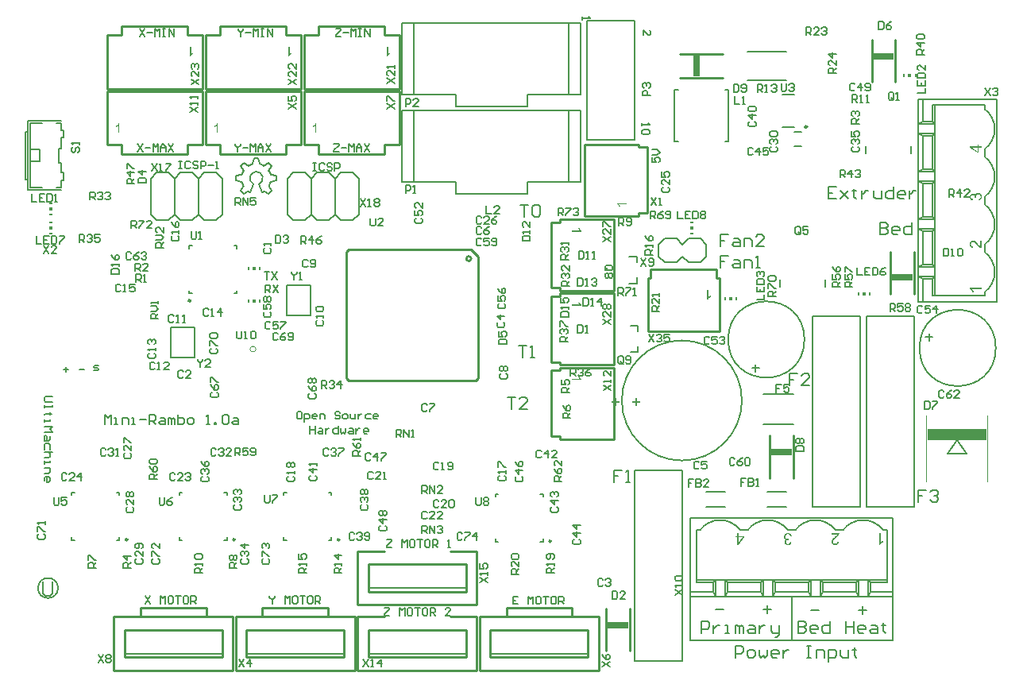
<source format=gto>
%FSLAX24Y24*%
%MOIN*%
G70*
G01*
G75*
G04 Layer_Color=65535*
G04:AMPARAMS|DCode=10|XSize=29.1mil|YSize=39.4mil|CornerRadius=5.8mil|HoleSize=0mil|Usage=FLASHONLY|Rotation=90.000|XOffset=0mil|YOffset=0mil|HoleType=Round|Shape=RoundedRectangle|*
%AMROUNDEDRECTD10*
21,1,0.0291,0.0277,0,0,90.0*
21,1,0.0175,0.0394,0,0,90.0*
1,1,0.0117,0.0139,0.0087*
1,1,0.0117,0.0139,-0.0087*
1,1,0.0117,-0.0139,-0.0087*
1,1,0.0117,-0.0139,0.0087*
%
%ADD10ROUNDEDRECTD10*%
%ADD11R,0.0120X0.0600*%
%ADD12R,0.0600X0.0120*%
%ADD13R,0.0681X0.0748*%
%ADD14R,0.0402X0.0118*%
%ADD15R,0.0480X0.0480*%
%ADD16R,0.0433X0.0669*%
G04:AMPARAMS|DCode=17|XSize=52mil|YSize=60mil|CornerRadius=13mil|HoleSize=0mil|Usage=FLASHONLY|Rotation=270.000|XOffset=0mil|YOffset=0mil|HoleType=Round|Shape=RoundedRectangle|*
%AMROUNDEDRECTD17*
21,1,0.0520,0.0340,0,0,270.0*
21,1,0.0260,0.0600,0,0,270.0*
1,1,0.0260,-0.0170,-0.0130*
1,1,0.0260,-0.0170,0.0130*
1,1,0.0260,0.0170,0.0130*
1,1,0.0260,0.0170,-0.0130*
%
%ADD17ROUNDEDRECTD17*%
G04:AMPARAMS|DCode=18|XSize=52mil|YSize=60mil|CornerRadius=13mil|HoleSize=0mil|Usage=FLASHONLY|Rotation=0.000|XOffset=0mil|YOffset=0mil|HoleType=Round|Shape=RoundedRectangle|*
%AMROUNDEDRECTD18*
21,1,0.0520,0.0340,0,0,0.0*
21,1,0.0260,0.0600,0,0,0.0*
1,1,0.0260,0.0130,-0.0170*
1,1,0.0260,-0.0130,-0.0170*
1,1,0.0260,-0.0130,0.0170*
1,1,0.0260,0.0130,0.0170*
%
%ADD18ROUNDEDRECTD18*%
%ADD19R,0.0790X0.0790*%
G04:AMPARAMS|DCode=20|XSize=22mil|YSize=24mil|CornerRadius=4.4mil|HoleSize=0mil|Usage=FLASHONLY|Rotation=0.000|XOffset=0mil|YOffset=0mil|HoleType=Round|Shape=RoundedRectangle|*
%AMROUNDEDRECTD20*
21,1,0.0220,0.0152,0,0,0.0*
21,1,0.0132,0.0240,0,0,0.0*
1,1,0.0088,0.0066,-0.0076*
1,1,0.0088,-0.0066,-0.0076*
1,1,0.0088,-0.0066,0.0076*
1,1,0.0088,0.0066,0.0076*
%
%ADD20ROUNDEDRECTD20*%
%ADD21R,0.1654X0.0807*%
G04:AMPARAMS|DCode=22|XSize=22mil|YSize=24mil|CornerRadius=4.4mil|HoleSize=0mil|Usage=FLASHONLY|Rotation=90.000|XOffset=0mil|YOffset=0mil|HoleType=Round|Shape=RoundedRectangle|*
%AMROUNDEDRECTD22*
21,1,0.0220,0.0152,0,0,90.0*
21,1,0.0132,0.0240,0,0,90.0*
1,1,0.0088,0.0076,0.0066*
1,1,0.0088,0.0076,-0.0066*
1,1,0.0088,-0.0076,-0.0066*
1,1,0.0088,-0.0076,0.0066*
%
%ADD22ROUNDEDRECTD22*%
G04:AMPARAMS|DCode=23|XSize=29.1mil|YSize=39.4mil|CornerRadius=5.8mil|HoleSize=0mil|Usage=FLASHONLY|Rotation=0.000|XOffset=0mil|YOffset=0mil|HoleType=Round|Shape=RoundedRectangle|*
%AMROUNDEDRECTD23*
21,1,0.0291,0.0277,0,0,0.0*
21,1,0.0175,0.0394,0,0,0.0*
1,1,0.0117,0.0087,-0.0139*
1,1,0.0117,-0.0087,-0.0139*
1,1,0.0117,-0.0087,0.0139*
1,1,0.0117,0.0087,0.0139*
%
%ADD23ROUNDEDRECTD23*%
%ADD24R,0.0200X0.0260*%
%ADD25R,0.0543X0.0709*%
G04:AMPARAMS|DCode=26|XSize=63mil|YSize=71mil|CornerRadius=15.8mil|HoleSize=0mil|Usage=FLASHONLY|Rotation=270.000|XOffset=0mil|YOffset=0mil|HoleType=Round|Shape=RoundedRectangle|*
%AMROUNDEDRECTD26*
21,1,0.0630,0.0395,0,0,270.0*
21,1,0.0315,0.0710,0,0,270.0*
1,1,0.0315,-0.0198,-0.0158*
1,1,0.0315,-0.0198,0.0158*
1,1,0.0315,0.0198,0.0158*
1,1,0.0315,0.0198,-0.0158*
%
%ADD26ROUNDEDRECTD26*%
%ADD27R,0.0500X0.0150*%
%ADD28R,0.0790X0.0790*%
%ADD29R,0.0280X0.0200*%
%ADD30R,0.0200X0.0280*%
%ADD31R,0.0360X0.0320*%
%ADD32R,0.1260X0.0630*%
%ADD33R,0.0240X0.0240*%
%ADD34R,0.0480X0.0480*%
G04:AMPARAMS|DCode=35|XSize=40mil|YSize=40mil|CornerRadius=20mil|HoleSize=0mil|Usage=FLASHONLY|Rotation=0.000|XOffset=0mil|YOffset=0mil|HoleType=Round|Shape=RoundedRectangle|*
%AMROUNDEDRECTD35*
21,1,0.0400,0.0000,0,0,0.0*
21,1,0.0000,0.0400,0,0,0.0*
1,1,0.0400,0.0000,0.0000*
1,1,0.0400,0.0000,0.0000*
1,1,0.0400,0.0000,0.0000*
1,1,0.0400,0.0000,0.0000*
%
%ADD35ROUNDEDRECTD35*%
%ADD36R,0.0420X0.0520*%
%ADD37R,0.1970X0.1700*%
%ADD38R,0.0280X0.0560*%
%ADD39R,0.0236X0.1319*%
%ADD40R,0.0354X0.1299*%
%ADD41R,0.1370X0.1370*%
G04:AMPARAMS|DCode=42|XSize=12mil|YSize=32mil|CornerRadius=4.8mil|HoleSize=0mil|Usage=FLASHONLY|Rotation=270.000|XOffset=0mil|YOffset=0mil|HoleType=Round|Shape=RoundedRectangle|*
%AMROUNDEDRECTD42*
21,1,0.0120,0.0224,0,0,270.0*
21,1,0.0024,0.0320,0,0,270.0*
1,1,0.0096,-0.0112,-0.0012*
1,1,0.0096,-0.0112,0.0012*
1,1,0.0096,0.0112,0.0012*
1,1,0.0096,0.0112,-0.0012*
%
%ADD42ROUNDEDRECTD42*%
G04:AMPARAMS|DCode=43|XSize=12mil|YSize=32mil|CornerRadius=4.8mil|HoleSize=0mil|Usage=FLASHONLY|Rotation=180.000|XOffset=0mil|YOffset=0mil|HoleType=Round|Shape=RoundedRectangle|*
%AMROUNDEDRECTD43*
21,1,0.0120,0.0224,0,0,180.0*
21,1,0.0024,0.0320,0,0,180.0*
1,1,0.0096,-0.0012,0.0112*
1,1,0.0096,0.0012,0.0112*
1,1,0.0096,0.0012,-0.0112*
1,1,0.0096,-0.0012,-0.0112*
%
%ADD43ROUNDEDRECTD43*%
%ADD44R,0.1370X0.1370*%
%ADD45C,0.0240*%
%ADD46C,0.0080*%
%ADD47C,0.0200*%
%ADD48C,0.0100*%
%ADD49C,0.0070*%
%ADD50C,0.0320*%
%ADD51C,0.0120*%
%ADD52C,0.0500*%
%ADD53C,0.0600*%
%ADD54C,0.0400*%
%ADD55C,0.0250*%
%ADD56C,0.0160*%
%ADD57R,0.1299X0.1063*%
%ADD58R,0.1575X0.0984*%
%ADD59R,0.1929X0.1457*%
%ADD60R,0.0551X0.0472*%
%ADD61O,0.0540X0.0360*%
%ADD62C,0.0360*%
%ADD63O,0.1024X0.0591*%
%ADD64C,0.0591*%
%ADD65R,0.0591X0.0591*%
%ADD66C,0.1000*%
%ADD67P,0.0758X8X292.5*%
%ADD68O,0.0825X0.1650*%
%ADD69C,0.2756*%
%ADD70C,0.0840*%
%ADD71P,0.0909X8X22.5*%
%ADD72O,0.1650X0.0825*%
%ADD73O,0.0600X0.1200*%
%ADD74O,0.1200X0.0600*%
%ADD75C,0.0600*%
%ADD76P,0.0671X8X22.5*%
%ADD77C,0.0800*%
%ADD78P,0.0909X8X112.5*%
G04:AMPARAMS|DCode=79|XSize=140mil|YSize=200mil|CornerRadius=0mil|HoleSize=0mil|Usage=FLASHONLY|Rotation=270.000|XOffset=0mil|YOffset=0mil|HoleType=Round|Shape=Octagon|*
%AMOCTAGOND79*
4,1,8,0.1000,0.0350,0.1000,-0.0350,0.0650,-0.0700,-0.0650,-0.0700,-0.1000,-0.0350,-0.1000,0.0350,-0.0650,0.0700,0.0650,0.0700,0.1000,0.0350,0.0*
%
%ADD79OCTAGOND79*%

%ADD80C,0.1305*%
%ADD81C,0.0540*%
%ADD82C,0.0300*%
%ADD83C,0.0500*%
%ADD84C,0.0400*%
%ADD85C,0.0320*%
%ADD86C,0.0460*%
G04:AMPARAMS|DCode=87|XSize=82mil|YSize=82mil|CornerRadius=0mil|HoleSize=0mil|Usage=FLASHONLY|Rotation=0.000|XOffset=0mil|YOffset=0mil|HoleType=Round|Shape=Relief|Width=10mil|Gap=10mil|Entries=4|*
%AMTHD87*
7,0,0,0.0820,0.0620,0.0100,45*
%
%ADD87THD87*%
%ADD88C,0.0594*%
G04:AMPARAMS|DCode=89|XSize=95.433mil|YSize=95.433mil|CornerRadius=0mil|HoleSize=0mil|Usage=FLASHONLY|Rotation=0.000|XOffset=0mil|YOffset=0mil|HoleType=Round|Shape=Relief|Width=10mil|Gap=10mil|Entries=4|*
%AMTHD89*
7,0,0,0.0954,0.0754,0.0100,45*
%
%ADD89THD89*%
%ADD90C,0.0830*%
G04:AMPARAMS|DCode=91|XSize=100mil|YSize=100mil|CornerRadius=0mil|HoleSize=0mil|Usage=FLASHONLY|Rotation=0.000|XOffset=0mil|YOffset=0mil|HoleType=Round|Shape=Relief|Width=10mil|Gap=10mil|Entries=4|*
%AMTHD91*
7,0,0,0.1000,0.0800,0.0100,45*
%
%ADD91THD91*%
%ADD92C,0.0640*%
G04:AMPARAMS|DCode=93|XSize=115mil|YSize=115mil|CornerRadius=0mil|HoleSize=0mil|Usage=FLASHONLY|Rotation=0.000|XOffset=0mil|YOffset=0mil|HoleType=Round|Shape=Relief|Width=10mil|Gap=10mil|Entries=4|*
%AMTHD93*
7,0,0,0.1150,0.0950,0.0100,45*
%
%ADD93THD93*%
%ADD94C,0.0790*%
%ADD95C,0.1421*%
%ADD96C,0.0620*%
G04:AMPARAMS|DCode=97|XSize=98mil|YSize=98mil|CornerRadius=0mil|HoleSize=0mil|Usage=FLASHONLY|Rotation=0.000|XOffset=0mil|YOffset=0mil|HoleType=Round|Shape=Relief|Width=10mil|Gap=10mil|Entries=4|*
%AMTHD97*
7,0,0,0.0980,0.0780,0.0100,45*
%
%ADD97THD97*%
%ADD98C,0.1240*%
%ADD99C,0.1110*%
%ADD100C,0.0390*%
%ADD101C,0.0520*%
%ADD102C,0.0800*%
%ADD103C,0.1400*%
%ADD104C,0.1040*%
%ADD105R,0.4094X0.4331*%
%ADD106R,0.3425X0.4331*%
%ADD107R,0.3583X0.4331*%
%ADD108R,0.3622X0.4331*%
G04:AMPARAMS|DCode=109|XSize=46mil|YSize=63mil|CornerRadius=11.5mil|HoleSize=0mil|Usage=FLASHONLY|Rotation=90.000|XOffset=0mil|YOffset=0mil|HoleType=Round|Shape=RoundedRectangle|*
%AMROUNDEDRECTD109*
21,1,0.0460,0.0400,0,0,90.0*
21,1,0.0230,0.0630,0,0,90.0*
1,1,0.0230,0.0200,0.0115*
1,1,0.0230,0.0200,-0.0115*
1,1,0.0230,-0.0200,-0.0115*
1,1,0.0230,-0.0200,0.0115*
%
%ADD109ROUNDEDRECTD109*%
G04:AMPARAMS|DCode=110|XSize=50mil|YSize=50mil|CornerRadius=25mil|HoleSize=0mil|Usage=FLASHONLY|Rotation=180.000|XOffset=0mil|YOffset=0mil|HoleType=Round|Shape=RoundedRectangle|*
%AMROUNDEDRECTD110*
21,1,0.0500,0.0000,0,0,180.0*
21,1,0.0000,0.0500,0,0,180.0*
1,1,0.0500,0.0000,0.0000*
1,1,0.0500,0.0000,0.0000*
1,1,0.0500,0.0000,0.0000*
1,1,0.0500,0.0000,0.0000*
%
%ADD110ROUNDEDRECTD110*%
G04:AMPARAMS|DCode=111|XSize=50mil|YSize=50mil|CornerRadius=25mil|HoleSize=0mil|Usage=FLASHONLY|Rotation=90.000|XOffset=0mil|YOffset=0mil|HoleType=Round|Shape=RoundedRectangle|*
%AMROUNDEDRECTD111*
21,1,0.0500,0.0000,0,0,90.0*
21,1,0.0000,0.0500,0,0,90.0*
1,1,0.0500,0.0000,0.0000*
1,1,0.0500,0.0000,0.0000*
1,1,0.0500,0.0000,0.0000*
1,1,0.0500,0.0000,0.0000*
%
%ADD111ROUNDEDRECTD111*%
%ADD112C,0.0098*%
%ADD113C,0.0060*%
%ADD114C,0.0050*%
%ADD115C,0.0000*%
%ADD116C,0.0079*%
%ADD117C,0.0040*%
%ADD118R,0.0059X0.0120*%
%ADD119R,0.0060X0.0120*%
%ADD120R,0.0119X0.0120*%
%ADD121R,0.0295X0.0879*%
%ADD122R,0.0879X0.0295*%
%ADD123R,0.2450X0.0492*%
%ADD124R,0.0120X0.0059*%
%ADD125R,0.0120X0.0060*%
%ADD126R,0.0120X0.0119*%
G36*
X44086Y16046D02*
Y16043D01*
Y16039D01*
X44085Y16033D01*
X44084Y16027D01*
X44084Y16020D01*
X44081Y16013D01*
X44079Y16005D01*
Y16005D01*
X44078Y16004D01*
X44077Y15999D01*
X44074Y15993D01*
X44069Y15984D01*
X44064Y15974D01*
X44056Y15963D01*
X44049Y15952D01*
X44039Y15940D01*
Y15939D01*
X44037Y15938D01*
X44034Y15933D01*
X44028Y15927D01*
X44019Y15918D01*
X44007Y15907D01*
X43994Y15894D01*
X43977Y15880D01*
X43959Y15864D01*
X43958Y15863D01*
X43955Y15861D01*
X43951Y15858D01*
X43946Y15853D01*
X43939Y15847D01*
X43932Y15840D01*
X43915Y15826D01*
X43897Y15809D01*
X43879Y15791D01*
X43870Y15783D01*
X43862Y15775D01*
X43855Y15766D01*
X43849Y15759D01*
Y15758D01*
X43848Y15757D01*
X43846Y15755D01*
X43845Y15752D01*
X43840Y15744D01*
X43835Y15735D01*
X43830Y15723D01*
X43825Y15711D01*
X43822Y15698D01*
X43821Y15685D01*
Y15684D01*
Y15683D01*
X43821Y15679D01*
X43822Y15672D01*
X43824Y15664D01*
X43827Y15654D01*
X43832Y15644D01*
X43838Y15633D01*
X43847Y15623D01*
X43848Y15623D01*
X43851Y15620D01*
X43858Y15616D01*
X43865Y15611D01*
X43875Y15606D01*
X43886Y15602D01*
X43900Y15599D01*
X43915Y15599D01*
X43920D01*
X43923Y15599D01*
X43930Y15600D01*
X43940Y15602D01*
X43951Y15605D01*
X43963Y15610D01*
X43975Y15617D01*
X43985Y15626D01*
X43986Y15627D01*
X43989Y15630D01*
X43994Y15636D01*
X43998Y15645D01*
X44003Y15655D01*
X44007Y15667D01*
X44010Y15682D01*
X44012Y15698D01*
X44075Y15692D01*
Y15691D01*
Y15689D01*
X44074Y15685D01*
X44073Y15680D01*
X44071Y15674D01*
X44071Y15667D01*
X44066Y15652D01*
X44060Y15635D01*
X44052Y15617D01*
X44040Y15600D01*
X44034Y15592D01*
X44027Y15585D01*
X44026Y15584D01*
X44025Y15583D01*
X44022Y15581D01*
X44019Y15579D01*
X44015Y15577D01*
X44009Y15573D01*
X44003Y15570D01*
X43997Y15566D01*
X43989Y15563D01*
X43981Y15559D01*
X43971Y15556D01*
X43961Y15554D01*
X43938Y15549D01*
X43926Y15549D01*
X43913Y15548D01*
X43907D01*
X43901Y15549D01*
X43895Y15549D01*
X43889Y15550D01*
X43881Y15551D01*
X43873Y15553D01*
X43855Y15558D01*
X43836Y15565D01*
X43826Y15569D01*
X43817Y15574D01*
X43808Y15581D01*
X43800Y15588D01*
X43799Y15589D01*
X43799Y15589D01*
X43796Y15592D01*
X43793Y15595D01*
X43790Y15599D01*
X43786Y15604D01*
X43779Y15615D01*
X43771Y15630D01*
X43765Y15646D01*
X43759Y15665D01*
X43759Y15676D01*
X43758Y15686D01*
Y15688D01*
Y15692D01*
X43759Y15698D01*
X43759Y15705D01*
X43761Y15714D01*
X43763Y15724D01*
X43766Y15735D01*
X43771Y15745D01*
X43771Y15747D01*
X43773Y15750D01*
X43776Y15756D01*
X43780Y15763D01*
X43786Y15772D01*
X43793Y15783D01*
X43802Y15794D01*
X43811Y15806D01*
X43813Y15807D01*
X43817Y15812D01*
X43824Y15819D01*
X43828Y15823D01*
X43833Y15828D01*
X43839Y15834D01*
X43847Y15841D01*
X43855Y15848D01*
X43863Y15856D01*
X43872Y15865D01*
X43882Y15874D01*
X43893Y15883D01*
X43905Y15893D01*
X43906Y15894D01*
X43907Y15896D01*
X43910Y15898D01*
X43914Y15901D01*
X43923Y15908D01*
X43935Y15918D01*
X43946Y15929D01*
X43958Y15940D01*
X43968Y15949D01*
X43972Y15952D01*
X43975Y15956D01*
X43976Y15957D01*
X43978Y15959D01*
X43981Y15962D01*
X43985Y15967D01*
X43993Y15977D01*
X44001Y15989D01*
X43757D01*
Y16047D01*
X44086D01*
Y16046D01*
D02*
G37*
G36*
X45815Y15658D02*
X45816Y15659D01*
X45819Y15662D01*
X45824Y15666D01*
X45831Y15671D01*
X45839Y15678D01*
X45849Y15685D01*
X45860Y15693D01*
X45873Y15701D01*
X45874D01*
X45875Y15701D01*
X45879Y15704D01*
X45886Y15708D01*
X45894Y15713D01*
X45904Y15718D01*
X45915Y15723D01*
X45926Y15728D01*
X45937Y15732D01*
Y15673D01*
X45936D01*
X45934Y15672D01*
X45931Y15670D01*
X45928Y15668D01*
X45924Y15666D01*
X45918Y15664D01*
X45906Y15657D01*
X45893Y15648D01*
X45878Y15639D01*
X45863Y15627D01*
X45848Y15615D01*
X45847Y15614D01*
X45847Y15614D01*
X45842Y15609D01*
X45835Y15602D01*
X45827Y15594D01*
X45818Y15583D01*
X45809Y15572D01*
X45801Y15560D01*
X45794Y15548D01*
X45754D01*
Y16047D01*
X45815D01*
Y15658D01*
D02*
G37*
G36*
X41940Y16054D02*
X41946Y16054D01*
X41952Y16053D01*
X41960Y16052D01*
X41967Y16051D01*
X41985Y16046D01*
X42003Y16039D01*
X42012Y16035D01*
X42020Y16029D01*
X42029Y16023D01*
X42037Y16017D01*
X42038Y16016D01*
X42039Y16015D01*
X42041Y16013D01*
X42044Y16010D01*
X42047Y16005D01*
X42051Y16001D01*
X42056Y15995D01*
X42059Y15989D01*
X42068Y15974D01*
X42076Y15957D01*
X42083Y15937D01*
X42085Y15927D01*
X42087Y15915D01*
X42025Y15907D01*
Y15908D01*
X42025Y15909D01*
Y15912D01*
X42023Y15915D01*
X42021Y15924D01*
X42017Y15936D01*
X42013Y15948D01*
X42006Y15961D01*
X41999Y15972D01*
X41991Y15982D01*
X41989Y15983D01*
X41986Y15986D01*
X41981Y15989D01*
X41973Y15993D01*
X41965Y15997D01*
X41954Y16001D01*
X41942Y16004D01*
X41929Y16005D01*
X41925D01*
X41922Y16004D01*
X41914Y16003D01*
X41904Y16001D01*
X41892Y15997D01*
X41880Y15992D01*
X41868Y15985D01*
X41857Y15975D01*
X41855Y15974D01*
X41852Y15970D01*
X41848Y15964D01*
X41842Y15955D01*
X41836Y15944D01*
X41832Y15931D01*
X41829Y15917D01*
X41827Y15901D01*
Y15900D01*
Y15899D01*
Y15897D01*
X41828Y15894D01*
X41829Y15887D01*
X41831Y15877D01*
X41834Y15866D01*
X41839Y15854D01*
X41846Y15843D01*
X41855Y15832D01*
X41857Y15831D01*
X41860Y15828D01*
X41866Y15824D01*
X41874Y15819D01*
X41884Y15813D01*
X41896Y15809D01*
X41909Y15806D01*
X41924Y15805D01*
X41931D01*
X41936Y15806D01*
X41942Y15806D01*
X41950Y15807D01*
X41958Y15809D01*
X41967Y15811D01*
X41960Y15757D01*
X41957D01*
X41954Y15758D01*
X41944D01*
X41937Y15757D01*
X41927Y15756D01*
X41917Y15754D01*
X41905Y15750D01*
X41893Y15745D01*
X41881Y15738D01*
X41879Y15738D01*
X41876Y15735D01*
X41871Y15729D01*
X41865Y15723D01*
X41859Y15714D01*
X41855Y15704D01*
X41851Y15691D01*
X41849Y15676D01*
Y15675D01*
Y15674D01*
Y15670D01*
X41851Y15664D01*
X41852Y15656D01*
X41855Y15648D01*
X41859Y15639D01*
X41864Y15629D01*
X41872Y15620D01*
X41873Y15620D01*
X41876Y15617D01*
X41881Y15613D01*
X41888Y15609D01*
X41896Y15605D01*
X41906Y15602D01*
X41917Y15599D01*
X41930Y15598D01*
X41936D01*
X41943Y15599D01*
X41951Y15601D01*
X41960Y15603D01*
X41970Y15608D01*
X41980Y15613D01*
X41990Y15620D01*
X41991Y15621D01*
X41994Y15624D01*
X41997Y15630D01*
X42002Y15637D01*
X42007Y15646D01*
X42012Y15658D01*
X42016Y15671D01*
X42019Y15687D01*
X42081Y15676D01*
Y15676D01*
X42080Y15673D01*
X42079Y15670D01*
X42078Y15667D01*
X42077Y15661D01*
X42075Y15655D01*
X42070Y15642D01*
X42064Y15627D01*
X42055Y15611D01*
X42044Y15596D01*
X42031Y15582D01*
X42030Y15581D01*
X42029Y15580D01*
X42027Y15579D01*
X42023Y15577D01*
X42019Y15574D01*
X42015Y15571D01*
X42003Y15565D01*
X41989Y15558D01*
X41972Y15553D01*
X41953Y15549D01*
X41942Y15548D01*
X41925D01*
X41917Y15549D01*
X41907Y15550D01*
X41896Y15552D01*
X41883Y15555D01*
X41870Y15560D01*
X41858Y15566D01*
X41857D01*
X41856Y15567D01*
X41852Y15569D01*
X41845Y15573D01*
X41838Y15578D01*
X41830Y15585D01*
X41821Y15593D01*
X41812Y15603D01*
X41805Y15614D01*
X41804Y15615D01*
X41802Y15619D01*
X41799Y15625D01*
X41796Y15633D01*
X41793Y15642D01*
X41790Y15653D01*
X41787Y15664D01*
X41786Y15677D01*
Y15679D01*
Y15682D01*
X41787Y15689D01*
X41789Y15696D01*
X41791Y15705D01*
X41794Y15715D01*
X41798Y15726D01*
X41804Y15735D01*
X41805Y15737D01*
X41807Y15740D01*
X41811Y15744D01*
X41817Y15750D01*
X41824Y15757D01*
X41833Y15764D01*
X41843Y15772D01*
X41855Y15778D01*
X41855D01*
X41853Y15778D01*
X41851D01*
X41848Y15780D01*
X41840Y15782D01*
X41830Y15787D01*
X41820Y15792D01*
X41808Y15800D01*
X41797Y15809D01*
X41787Y15820D01*
X41786Y15822D01*
X41783Y15826D01*
X41780Y15833D01*
X41774Y15842D01*
X41770Y15853D01*
X41766Y15867D01*
X41763Y15883D01*
X41762Y15900D01*
Y15901D01*
Y15903D01*
Y15906D01*
X41763Y15911D01*
X41764Y15917D01*
X41765Y15923D01*
X41766Y15930D01*
X41768Y15938D01*
X41774Y15955D01*
X41777Y15965D01*
X41783Y15974D01*
X41788Y15983D01*
X41794Y15992D01*
X41802Y16001D01*
X41810Y16011D01*
X41811Y16011D01*
X41812Y16013D01*
X41814Y16014D01*
X41818Y16017D01*
X41823Y16021D01*
X41829Y16025D01*
X41836Y16029D01*
X41842Y16032D01*
X41851Y16037D01*
X41860Y16041D01*
X41870Y16045D01*
X41880Y16048D01*
X41892Y16051D01*
X41904Y16053D01*
X41917Y16054D01*
X41929Y16055D01*
X41935D01*
X41940Y16054D01*
D02*
G37*
G36*
X35586Y21572D02*
X35722D01*
Y21515D01*
X35586D01*
Y21379D01*
X35529D01*
Y21515D01*
X35394D01*
Y21572D01*
X35529D01*
Y21707D01*
X35586D01*
Y21572D01*
D02*
G37*
G36*
X39871Y15928D02*
X40087D01*
Y15872D01*
X39860Y15551D01*
X39810D01*
Y15872D01*
X39743D01*
Y15928D01*
X39810D01*
Y16047D01*
X39871D01*
Y15928D01*
D02*
G37*
G36*
X34720Y21572D02*
X34856D01*
Y21515D01*
X34720D01*
Y21379D01*
X34663D01*
Y21515D01*
X34528D01*
Y21572D01*
X34663D01*
Y21707D01*
X34720D01*
Y21572D01*
D02*
G37*
G36*
X49941Y32277D02*
X50060D01*
Y32215D01*
X49941D01*
Y32000D01*
X49885D01*
X49564Y32227D01*
Y32277D01*
X49885D01*
Y32344D01*
X49941D01*
Y32277D01*
D02*
G37*
G36*
X49924Y30324D02*
X49930Y30323D01*
X49936Y30322D01*
X49944Y30321D01*
X49951Y30318D01*
X49969Y30313D01*
X49978Y30309D01*
X49987Y30304D01*
X49997Y30299D01*
X50006Y30293D01*
X50015Y30285D01*
X50024Y30277D01*
X50024Y30276D01*
X50026Y30274D01*
X50027Y30272D01*
X50031Y30268D01*
X50034Y30264D01*
X50038Y30258D01*
X50042Y30251D01*
X50046Y30244D01*
X50050Y30236D01*
X50054Y30227D01*
X50058Y30217D01*
X50062Y30206D01*
X50065Y30195D01*
X50066Y30183D01*
X50068Y30170D01*
X50068Y30157D01*
Y30156D01*
Y30154D01*
Y30151D01*
X50068Y30147D01*
X50067Y30141D01*
X50066Y30135D01*
X50065Y30127D01*
X50064Y30119D01*
X50059Y30102D01*
X50052Y30084D01*
X50048Y30075D01*
X50043Y30067D01*
X50037Y30057D01*
X50030Y30049D01*
X50029Y30048D01*
X50028Y30048D01*
X50026Y30045D01*
X50023Y30042D01*
X50018Y30039D01*
X50014Y30036D01*
X50009Y30031D01*
X50003Y30027D01*
X49987Y30018D01*
X49970Y30011D01*
X49950Y30004D01*
X49940Y30002D01*
X49928Y30000D01*
X49920Y30061D01*
X49921D01*
X49922Y30062D01*
X49925D01*
X49928Y30064D01*
X49938Y30066D01*
X49949Y30070D01*
X49961Y30074D01*
X49974Y30080D01*
X49985Y30088D01*
X49995Y30096D01*
X49996Y30098D01*
X49999Y30101D01*
X50002Y30106D01*
X50006Y30113D01*
X50010Y30122D01*
X50014Y30132D01*
X50017Y30144D01*
X50018Y30157D01*
Y30158D01*
Y30160D01*
Y30162D01*
X50017Y30165D01*
X50016Y30172D01*
X50014Y30182D01*
X50010Y30194D01*
X50006Y30206D01*
X49998Y30218D01*
X49988Y30230D01*
X49987Y30231D01*
X49983Y30234D01*
X49977Y30239D01*
X49968Y30245D01*
X49957Y30250D01*
X49944Y30255D01*
X49930Y30258D01*
X49914Y30259D01*
X49910D01*
X49907Y30259D01*
X49900Y30258D01*
X49890Y30256D01*
X49879Y30252D01*
X49867Y30247D01*
X49856Y30240D01*
X49845Y30231D01*
X49844Y30230D01*
X49841Y30227D01*
X49837Y30221D01*
X49832Y30212D01*
X49826Y30203D01*
X49823Y30191D01*
X49820Y30178D01*
X49818Y30163D01*
Y30162D01*
Y30160D01*
Y30156D01*
X49819Y30150D01*
X49820Y30144D01*
X49820Y30137D01*
X49822Y30129D01*
X49824Y30119D01*
X49770Y30126D01*
Y30127D01*
Y30130D01*
X49771Y30133D01*
Y30136D01*
Y30137D01*
Y30138D01*
Y30140D01*
Y30143D01*
X49770Y30150D01*
X49769Y30160D01*
X49767Y30170D01*
X49763Y30181D01*
X49758Y30194D01*
X49752Y30206D01*
X49751Y30207D01*
X49748Y30211D01*
X49742Y30215D01*
X49736Y30222D01*
X49727Y30228D01*
X49717Y30232D01*
X49704Y30236D01*
X49689Y30237D01*
X49684D01*
X49677Y30236D01*
X49669Y30234D01*
X49661Y30232D01*
X49652Y30228D01*
X49642Y30222D01*
X49634Y30215D01*
X49633Y30214D01*
X49630Y30211D01*
X49626Y30206D01*
X49622Y30199D01*
X49618Y30191D01*
X49615Y30181D01*
X49612Y30169D01*
X49611Y30156D01*
Y30156D01*
Y30155D01*
Y30150D01*
X49612Y30144D01*
X49614Y30136D01*
X49616Y30126D01*
X49621Y30116D01*
X49626Y30107D01*
X49634Y30097D01*
X49634Y30096D01*
X49637Y30093D01*
X49643Y30089D01*
X49650Y30085D01*
X49659Y30079D01*
X49671Y30075D01*
X49684Y30070D01*
X49700Y30067D01*
X49690Y30006D01*
X49689D01*
X49687Y30007D01*
X49684Y30008D01*
X49680Y30008D01*
X49674Y30010D01*
X49668Y30011D01*
X49655Y30017D01*
X49640Y30023D01*
X49624Y30032D01*
X49609Y30042D01*
X49595Y30056D01*
X49594Y30057D01*
X49594Y30057D01*
X49592Y30060D01*
X49590Y30064D01*
X49587Y30067D01*
X49584Y30072D01*
X49578Y30083D01*
X49572Y30098D01*
X49566Y30115D01*
X49563Y30134D01*
X49561Y30144D01*
Y30155D01*
Y30156D01*
Y30156D01*
Y30159D01*
Y30162D01*
X49562Y30169D01*
X49563Y30179D01*
X49566Y30191D01*
X49569Y30203D01*
X49573Y30216D01*
X49579Y30229D01*
Y30230D01*
X49580Y30231D01*
X49582Y30235D01*
X49586Y30241D01*
X49591Y30249D01*
X49598Y30257D01*
X49606Y30266D01*
X49616Y30274D01*
X49627Y30282D01*
X49628Y30283D01*
X49632Y30285D01*
X49638Y30288D01*
X49646Y30291D01*
X49656Y30294D01*
X49666Y30297D01*
X49677Y30299D01*
X49690Y30300D01*
X49696D01*
X49702Y30299D01*
X49709Y30298D01*
X49718Y30296D01*
X49728Y30293D01*
X49739Y30289D01*
X49749Y30283D01*
X49750Y30282D01*
X49753Y30280D01*
X49758Y30275D01*
X49764Y30270D01*
X49770Y30262D01*
X49777Y30254D01*
X49785Y30243D01*
X49791Y30231D01*
Y30232D01*
X49792Y30234D01*
Y30236D01*
X49793Y30239D01*
X49795Y30246D01*
X49800Y30256D01*
X49805Y30267D01*
X49813Y30278D01*
X49822Y30290D01*
X49833Y30299D01*
X49835Y30300D01*
X49839Y30303D01*
X49846Y30307D01*
X49855Y30312D01*
X49866Y30317D01*
X49880Y30321D01*
X49896Y30324D01*
X49913Y30324D01*
X49919D01*
X49924Y30324D01*
D02*
G37*
G36*
X50060Y26272D02*
X49671D01*
X49672Y26271D01*
X49675Y26268D01*
X49679Y26263D01*
X49684Y26256D01*
X49691Y26248D01*
X49698Y26238D01*
X49706Y26226D01*
X49714Y26214D01*
Y26213D01*
X49715Y26212D01*
X49718Y26207D01*
X49721Y26201D01*
X49726Y26192D01*
X49731Y26183D01*
X49736Y26172D01*
X49741Y26161D01*
X49745Y26150D01*
X49686D01*
Y26151D01*
X49685Y26152D01*
X49684Y26155D01*
X49681Y26158D01*
X49679Y26163D01*
X49677Y26168D01*
X49670Y26180D01*
X49662Y26194D01*
X49652Y26209D01*
X49640Y26224D01*
X49628Y26238D01*
X49628Y26239D01*
X49627Y26240D01*
X49622Y26244D01*
X49615Y26251D01*
X49607Y26260D01*
X49597Y26269D01*
X49585Y26278D01*
X49573Y26286D01*
X49561Y26293D01*
Y26333D01*
X50060D01*
Y26272D01*
D02*
G37*
G36*
Y28001D02*
X50052D01*
X50046Y28002D01*
X50040Y28002D01*
X50034Y28003D01*
X50026Y28005D01*
X50018Y28008D01*
X50018D01*
X50017Y28008D01*
X50012Y28010D01*
X50006Y28013D01*
X49997Y28017D01*
X49987Y28023D01*
X49976Y28030D01*
X49965Y28038D01*
X49953Y28048D01*
X49952D01*
X49951Y28049D01*
X49947Y28053D01*
X49940Y28059D01*
X49931Y28068D01*
X49920Y28079D01*
X49907Y28093D01*
X49893Y28110D01*
X49877Y28128D01*
X49876Y28129D01*
X49874Y28132D01*
X49871Y28135D01*
X49866Y28141D01*
X49860Y28147D01*
X49854Y28155D01*
X49839Y28172D01*
X49822Y28190D01*
X49804Y28208D01*
X49796Y28217D01*
X49788Y28225D01*
X49780Y28231D01*
X49772Y28237D01*
X49771D01*
X49770Y28239D01*
X49768Y28240D01*
X49765Y28242D01*
X49758Y28246D01*
X49748Y28252D01*
X49736Y28257D01*
X49724Y28262D01*
X49711Y28265D01*
X49698Y28266D01*
X49696D01*
X49692Y28265D01*
X49685Y28265D01*
X49677Y28263D01*
X49667Y28259D01*
X49657Y28255D01*
X49646Y28249D01*
X49637Y28240D01*
X49636Y28238D01*
X49633Y28235D01*
X49629Y28229D01*
X49624Y28222D01*
X49619Y28212D01*
X49615Y28200D01*
X49612Y28187D01*
X49612Y28172D01*
Y28171D01*
Y28169D01*
Y28167D01*
X49612Y28164D01*
X49613Y28156D01*
X49615Y28147D01*
X49619Y28135D01*
X49623Y28123D01*
X49630Y28112D01*
X49639Y28101D01*
X49640Y28101D01*
X49643Y28098D01*
X49649Y28093D01*
X49658Y28088D01*
X49668Y28083D01*
X49680Y28079D01*
X49695Y28076D01*
X49711Y28075D01*
X49705Y28012D01*
X49702D01*
X49698Y28013D01*
X49693Y28014D01*
X49687Y28015D01*
X49680Y28016D01*
X49665Y28020D01*
X49648Y28026D01*
X49631Y28035D01*
X49613Y28046D01*
X49606Y28052D01*
X49598Y28060D01*
X49597Y28060D01*
X49597Y28062D01*
X49594Y28064D01*
X49592Y28067D01*
X49590Y28072D01*
X49586Y28077D01*
X49583Y28083D01*
X49579Y28090D01*
X49576Y28098D01*
X49572Y28106D01*
X49569Y28116D01*
X49567Y28126D01*
X49563Y28148D01*
X49562Y28160D01*
X49561Y28173D01*
Y28174D01*
Y28176D01*
Y28180D01*
X49562Y28185D01*
X49563Y28191D01*
X49563Y28198D01*
X49564Y28206D01*
X49566Y28214D01*
X49571Y28232D01*
X49578Y28251D01*
X49582Y28261D01*
X49587Y28270D01*
X49594Y28278D01*
X49601Y28287D01*
X49602Y28287D01*
X49603Y28288D01*
X49605Y28290D01*
X49608Y28293D01*
X49612Y28296D01*
X49617Y28300D01*
X49628Y28308D01*
X49643Y28315D01*
X49659Y28322D01*
X49678Y28327D01*
X49689Y28328D01*
X49699Y28329D01*
X49705D01*
X49711Y28328D01*
X49718Y28327D01*
X49727Y28326D01*
X49737Y28324D01*
X49748Y28321D01*
X49758Y28316D01*
X49760Y28315D01*
X49764Y28314D01*
X49769Y28311D01*
X49777Y28306D01*
X49786Y28301D01*
X49796Y28294D01*
X49807Y28285D01*
X49819Y28275D01*
X49820Y28274D01*
X49825Y28270D01*
X49832Y28263D01*
X49836Y28259D01*
X49842Y28253D01*
X49848Y28247D01*
X49854Y28240D01*
X49861Y28232D01*
X49869Y28224D01*
X49878Y28215D01*
X49887Y28204D01*
X49896Y28194D01*
X49907Y28181D01*
X49907Y28181D01*
X49909Y28179D01*
X49911Y28176D01*
X49914Y28172D01*
X49922Y28163D01*
X49931Y28152D01*
X49942Y28141D01*
X49953Y28129D01*
X49962Y28119D01*
X49966Y28115D01*
X49969Y28111D01*
X49970Y28110D01*
X49972Y28109D01*
X49975Y28106D01*
X49980Y28102D01*
X49990Y28094D01*
X50002Y28085D01*
Y28330D01*
X50060D01*
Y28001D01*
D02*
G37*
G36*
X25150Y36141D02*
X25150Y36141D01*
X25153Y36144D01*
X25157Y36147D01*
X25162Y36151D01*
X25169Y36157D01*
X25177Y36162D01*
X25186Y36169D01*
X25196Y36175D01*
X25197D01*
X25197Y36175D01*
X25201Y36178D01*
X25207Y36181D01*
X25213Y36184D01*
X25221Y36189D01*
X25229Y36192D01*
X25239Y36196D01*
X25247Y36200D01*
Y36152D01*
X25246D01*
X25245Y36152D01*
X25243Y36150D01*
X25240Y36149D01*
X25237Y36147D01*
X25233Y36145D01*
X25223Y36140D01*
X25212Y36133D01*
X25200Y36125D01*
X25188Y36116D01*
X25176Y36106D01*
X25176Y36106D01*
X25175Y36105D01*
X25171Y36101D01*
X25166Y36096D01*
X25159Y36089D01*
X25152Y36081D01*
X25145Y36072D01*
X25138Y36062D01*
X25133Y36052D01*
X25101D01*
Y36452D01*
X25150D01*
Y36141D01*
D02*
G37*
G36*
X18010Y32840D02*
X17961D01*
Y33151D01*
X17960Y33150D01*
X17958Y33148D01*
X17953Y33144D01*
X17948Y33140D01*
X17941Y33135D01*
X17933Y33129D01*
X17924Y33123D01*
X17914Y33117D01*
X17913D01*
X17913Y33116D01*
X17909Y33114D01*
X17904Y33111D01*
X17897Y33107D01*
X17889Y33103D01*
X17881Y33099D01*
X17872Y33095D01*
X17863Y33091D01*
Y33139D01*
X17864D01*
X17865Y33140D01*
X17867Y33141D01*
X17870Y33143D01*
X17873Y33144D01*
X17878Y33146D01*
X17887Y33152D01*
X17898Y33158D01*
X17910Y33166D01*
X17922Y33175D01*
X17934Y33185D01*
X17935Y33186D01*
X17935Y33186D01*
X17939Y33190D01*
X17944Y33195D01*
X17951Y33202D01*
X17958Y33210D01*
X17965Y33220D01*
X17972Y33229D01*
X17978Y33239D01*
X18010D01*
Y32840D01*
D02*
G37*
G36*
X33178Y28841D02*
X33179Y28840D01*
X33180Y28837D01*
X33182Y28835D01*
X33184Y28831D01*
X33186Y28827D01*
X33191Y28817D01*
X33198Y28806D01*
X33206Y28794D01*
X33215Y28782D01*
X33224Y28771D01*
X33225Y28770D01*
X33226Y28770D01*
X33229Y28766D01*
X33235Y28760D01*
X33241Y28754D01*
X33250Y28747D01*
X33259Y28739D01*
X33269Y28733D01*
X33278Y28727D01*
Y28695D01*
X32879D01*
Y28744D01*
X33190D01*
X33189Y28745D01*
X33187Y28747D01*
X33184Y28751D01*
X33180Y28757D01*
X33174Y28763D01*
X33169Y28771D01*
X33162Y28780D01*
X33156Y28791D01*
Y28791D01*
X33155Y28792D01*
X33153Y28796D01*
X33150Y28801D01*
X33146Y28808D01*
X33142Y28816D01*
X33138Y28824D01*
X33134Y28833D01*
X33131Y28842D01*
X33178D01*
Y28841D01*
D02*
G37*
G36*
X22143Y32840D02*
X22094D01*
Y33151D01*
X22094Y33150D01*
X22091Y33148D01*
X22087Y33144D01*
X22082Y33140D01*
X22075Y33135D01*
X22067Y33129D01*
X22058Y33123D01*
X22048Y33117D01*
X22047D01*
X22047Y33116D01*
X22043Y33114D01*
X22038Y33111D01*
X22031Y33107D01*
X22023Y33103D01*
X22015Y33099D01*
X22006Y33095D01*
X21997Y33091D01*
Y33139D01*
X21998D01*
X21999Y33140D01*
X22001Y33141D01*
X22004Y33143D01*
X22007Y33144D01*
X22012Y33146D01*
X22021Y33152D01*
X22032Y33158D01*
X22044Y33166D01*
X22056Y33175D01*
X22068Y33185D01*
X22068Y33186D01*
X22069Y33186D01*
X22073Y33190D01*
X22078Y33195D01*
X22085Y33202D01*
X22092Y33210D01*
X22099Y33220D01*
X22106Y33229D01*
X22111Y33239D01*
X22143D01*
Y32840D01*
D02*
G37*
G36*
X35153Y29839D02*
X34842D01*
X34842Y29838D01*
X34845Y29836D01*
X34848Y29831D01*
X34852Y29826D01*
X34857Y29819D01*
X34863Y29811D01*
X34869Y29802D01*
X34875Y29792D01*
Y29791D01*
X34876Y29791D01*
X34878Y29787D01*
X34882Y29782D01*
X34885Y29775D01*
X34889Y29767D01*
X34893Y29759D01*
X34897Y29750D01*
X34901Y29741D01*
X34853D01*
Y29742D01*
X34852Y29743D01*
X34851Y29745D01*
X34849Y29748D01*
X34848Y29751D01*
X34846Y29756D01*
X34840Y29765D01*
X34834Y29776D01*
X34826Y29788D01*
X34817Y29800D01*
X34807Y29812D01*
X34806Y29813D01*
X34806Y29813D01*
X34802Y29817D01*
X34797Y29822D01*
X34790Y29829D01*
X34782Y29836D01*
X34773Y29843D01*
X34763Y29850D01*
X34753Y29855D01*
Y29888D01*
X35153D01*
Y29839D01*
D02*
G37*
G36*
X21016Y36141D02*
X21016Y36141D01*
X21019Y36144D01*
X21023Y36147D01*
X21028Y36151D01*
X21035Y36157D01*
X21043Y36162D01*
X21052Y36169D01*
X21062Y36175D01*
X21063D01*
X21064Y36175D01*
X21067Y36178D01*
X21073Y36181D01*
X21079Y36184D01*
X21087Y36189D01*
X21096Y36192D01*
X21105Y36196D01*
X21113Y36200D01*
Y36152D01*
X21113D01*
X21111Y36152D01*
X21109Y36150D01*
X21107Y36149D01*
X21103Y36147D01*
X21099Y36145D01*
X21089Y36140D01*
X21078Y36133D01*
X21066Y36125D01*
X21054Y36116D01*
X21042Y36106D01*
X21042Y36106D01*
X21041Y36105D01*
X21038Y36101D01*
X21032Y36096D01*
X21025Y36089D01*
X21018Y36081D01*
X21011Y36072D01*
X21004Y36062D01*
X20999Y36052D01*
X20967D01*
Y36452D01*
X21016D01*
Y36141D01*
D02*
G37*
G36*
X33178Y25731D02*
X33179Y25729D01*
X33180Y25727D01*
X33182Y25725D01*
X33184Y25721D01*
X33186Y25717D01*
X33191Y25707D01*
X33198Y25696D01*
X33206Y25684D01*
X33215Y25672D01*
X33224Y25661D01*
X33225Y25660D01*
X33226Y25659D01*
X33229Y25656D01*
X33235Y25650D01*
X33241Y25644D01*
X33250Y25636D01*
X33259Y25629D01*
X33269Y25622D01*
X33278Y25617D01*
Y25585D01*
X32879D01*
Y25634D01*
X33190D01*
X33189Y25635D01*
X33187Y25637D01*
X33184Y25641D01*
X33180Y25647D01*
X33174Y25653D01*
X33169Y25661D01*
X33162Y25670D01*
X33156Y25680D01*
Y25681D01*
X33155Y25682D01*
X33153Y25685D01*
X33150Y25691D01*
X33146Y25697D01*
X33142Y25705D01*
X33138Y25714D01*
X33134Y25723D01*
X33131Y25731D01*
X33178D01*
Y25731D01*
D02*
G37*
G36*
X16882Y36141D02*
X16883Y36141D01*
X16885Y36144D01*
X16889Y36147D01*
X16895Y36151D01*
X16901Y36157D01*
X16909Y36162D01*
X16918Y36169D01*
X16929Y36175D01*
X16929D01*
X16930Y36175D01*
X16933Y36178D01*
X16939Y36181D01*
X16945Y36184D01*
X16953Y36189D01*
X16962Y36192D01*
X16971Y36196D01*
X16979Y36200D01*
Y36152D01*
X16979D01*
X16978Y36152D01*
X16975Y36150D01*
X16973Y36149D01*
X16969Y36147D01*
X16965Y36145D01*
X16955Y36140D01*
X16944Y36133D01*
X16932Y36125D01*
X16920Y36116D01*
X16909Y36106D01*
X16908Y36106D01*
X16907Y36105D01*
X16904Y36101D01*
X16898Y36096D01*
X16892Y36089D01*
X16884Y36081D01*
X16877Y36072D01*
X16870Y36062D01*
X16865Y36052D01*
X16833D01*
Y36452D01*
X16882D01*
Y36141D01*
D02*
G37*
G36*
X38587Y25944D02*
X38587Y25945D01*
X38590Y25947D01*
X38594Y25950D01*
X38599Y25954D01*
X38606Y25960D01*
X38614Y25965D01*
X38623Y25972D01*
X38633Y25978D01*
X38634D01*
X38634Y25978D01*
X38638Y25981D01*
X38644Y25984D01*
X38650Y25988D01*
X38658Y25992D01*
X38667Y25995D01*
X38676Y26000D01*
X38684Y26003D01*
Y25955D01*
X38683D01*
X38682Y25955D01*
X38680Y25954D01*
X38677Y25952D01*
X38674Y25950D01*
X38670Y25948D01*
X38660Y25943D01*
X38649Y25936D01*
X38637Y25928D01*
X38625Y25919D01*
X38613Y25909D01*
X38613Y25909D01*
X38612Y25908D01*
X38608Y25905D01*
X38603Y25899D01*
X38596Y25893D01*
X38589Y25884D01*
X38582Y25875D01*
X38575Y25865D01*
X38570Y25856D01*
X38538D01*
Y26255D01*
X38587D01*
Y25944D01*
D02*
G37*
G36*
X33178Y22620D02*
X33179Y22619D01*
X33180Y22617D01*
X33182Y22614D01*
X33184Y22611D01*
X33186Y22607D01*
X33191Y22597D01*
X33198Y22586D01*
X33206Y22574D01*
X33215Y22562D01*
X33224Y22550D01*
X33225Y22550D01*
X33226Y22549D01*
X33229Y22545D01*
X33235Y22540D01*
X33241Y22533D01*
X33250Y22526D01*
X33259Y22519D01*
X33269Y22512D01*
X33278Y22507D01*
Y22475D01*
X32879D01*
Y22524D01*
X33190D01*
X33189Y22524D01*
X33187Y22527D01*
X33184Y22531D01*
X33180Y22536D01*
X33174Y22543D01*
X33169Y22551D01*
X33162Y22560D01*
X33156Y22570D01*
Y22571D01*
X33155Y22571D01*
X33153Y22575D01*
X33150Y22581D01*
X33146Y22587D01*
X33142Y22595D01*
X33138Y22604D01*
X33134Y22613D01*
X33131Y22621D01*
X33178D01*
Y22620D01*
D02*
G37*
G36*
X13876Y32840D02*
X13827D01*
Y33151D01*
X13826Y33150D01*
X13824Y33148D01*
X13819Y33144D01*
X13814Y33140D01*
X13807Y33135D01*
X13800Y33129D01*
X13790Y33123D01*
X13780Y33117D01*
X13780D01*
X13779Y33116D01*
X13775Y33114D01*
X13770Y33111D01*
X13763Y33107D01*
X13755Y33103D01*
X13747Y33099D01*
X13738Y33095D01*
X13729Y33091D01*
Y33139D01*
X13730D01*
X13731Y33140D01*
X13734Y33141D01*
X13736Y33143D01*
X13740Y33144D01*
X13744Y33146D01*
X13754Y33152D01*
X13764Y33158D01*
X13777Y33166D01*
X13789Y33175D01*
X13800Y33185D01*
X13801Y33186D01*
X13801Y33186D01*
X13805Y33190D01*
X13810Y33195D01*
X13817Y33202D01*
X13824Y33210D01*
X13832Y33220D01*
X13838Y33229D01*
X13844Y33239D01*
X13876D01*
Y32840D01*
D02*
G37*
%LPC*%
G36*
X40027Y15872D02*
X39871D01*
Y15650D01*
X40027Y15872D01*
D02*
G37*
G36*
X49885Y32215D02*
X49663D01*
X49885Y32060D01*
Y32215D01*
D02*
G37*
%LPD*%
D46*
X20150Y30606D02*
G03*
X20230Y30806I-535J330D01*
G01*
X20240Y31086D02*
G03*
X20150Y31266I-561J-168D01*
G01*
X19940Y31466D02*
G03*
X19760Y31546I-346J-535D01*
G01*
X19470Y31536D02*
G03*
X19300Y31466I142J-587D01*
G01*
X19090Y31266D02*
G03*
X19010Y31086I505J-332D01*
G01*
Y30786D02*
G03*
X19090Y30606I596J157D01*
G01*
X19740Y30696D02*
G03*
X19500Y30696I-120J245D01*
G01*
X35276Y26527D02*
X35595D01*
Y26767D01*
X35276Y27638D02*
X35595D01*
Y27402D02*
Y27638D01*
X35325Y23653D02*
X35644D01*
Y23893D01*
X35325Y24764D02*
X35644D01*
Y24528D02*
Y24764D01*
X48622Y19386D02*
X49416D01*
X48622D02*
X49016Y19933D01*
X49416Y19386D01*
X36758Y28413D02*
X37258D01*
X37508Y28163D01*
X37258Y27413D02*
X37508Y27663D01*
Y28163D02*
X37758Y28413D01*
X38258D01*
X38508Y28163D01*
X38258Y27413D02*
X38508Y27663D01*
X37758Y27413D02*
X38258D01*
X37508Y27663D02*
X37758Y27413D01*
X36508Y27663D02*
Y28163D01*
X36758Y28413D01*
X36508Y27663D02*
X36758Y27413D01*
X37258D01*
X38508Y27663D02*
Y28163D01*
X19740Y30696D02*
X19880Y30356D01*
X19960Y30396D01*
X20140Y30276D01*
X20280Y30416D01*
X20150Y30596D02*
X20280Y30416D01*
X20230Y30796D02*
X20450Y30836D01*
Y31036D01*
X20230Y31076D02*
X20450Y31036D01*
X20140Y31266D02*
X20280Y31456D01*
X20140Y31596D02*
X20280Y31456D01*
X19940Y31466D02*
X20140Y31596D01*
X19710Y31776D02*
X19760Y31536D01*
X19520Y31776D02*
X19710D01*
X19470Y31536D02*
X19520Y31776D01*
X19100Y31596D02*
X19290Y31466D01*
X18960Y31456D02*
X19100Y31596D01*
X18960Y31456D02*
X19090Y31266D01*
X18780Y31036D02*
X19010Y31076D01*
X18780Y30836D02*
Y31036D01*
Y30836D02*
X19000Y30796D01*
X18960Y30416D02*
X19080Y30596D01*
X18960Y30416D02*
X19100Y30276D01*
X19280Y30396D01*
X19350Y30356D01*
X19500Y30696D01*
X47092Y31988D02*
Y32274D01*
X45197Y31988D02*
Y32274D01*
X41614Y26398D02*
Y26683D01*
X43509Y26398D02*
Y26683D01*
X47735Y17862D02*
X47402D01*
Y17612D01*
X47568D01*
X47402D01*
Y17362D01*
X47901Y17779D02*
X47985Y17862D01*
X48151D01*
X48235Y17779D01*
Y17695D01*
X48151Y17612D01*
X48068D01*
X48151D01*
X48235Y17529D01*
Y17446D01*
X48151Y17362D01*
X47985D01*
X47901Y17446D01*
X42341Y22744D02*
X42008D01*
Y22494D01*
X42174D01*
X42008D01*
Y22244D01*
X42841D02*
X42508D01*
X42841Y22577D01*
Y22661D01*
X42758Y22744D01*
X42591D01*
X42508Y22661D01*
X34979Y18689D02*
X34646D01*
Y18439D01*
X34812D01*
X34646D01*
Y18189D01*
X35146D02*
X35312D01*
X35229D01*
Y18689D01*
X35146Y18606D01*
X39423Y27690D02*
X39090D01*
Y27440D01*
X39257D01*
X39090D01*
Y27190D01*
X39673Y27523D02*
X39840D01*
X39923Y27440D01*
Y27190D01*
X39673D01*
X39590Y27273D01*
X39673Y27357D01*
X39923D01*
X40090Y27190D02*
Y27523D01*
X40340D01*
X40423Y27440D01*
Y27190D01*
X40590D02*
X40756D01*
X40673D01*
Y27690D01*
X40590Y27607D01*
X39423Y28580D02*
X39090D01*
Y28330D01*
X39257D01*
X39090D01*
Y28080D01*
X39673Y28413D02*
X39840D01*
X39923Y28330D01*
Y28080D01*
X39673D01*
X39590Y28163D01*
X39673Y28247D01*
X39923D01*
X40090Y28080D02*
Y28413D01*
X40340D01*
X40423Y28330D01*
Y28080D01*
X40923D02*
X40590D01*
X40923Y28413D01*
Y28497D01*
X40839Y28580D01*
X40673D01*
X40590Y28497D01*
X42350Y12350D02*
Y11850D01*
X42600D01*
X42683Y11933D01*
Y12017D01*
X42600Y12100D01*
X42350D01*
X42600D01*
X42683Y12183D01*
Y12267D01*
X42600Y12350D01*
X42350D01*
X43100Y11850D02*
X42933D01*
X42850Y11933D01*
Y12100D01*
X42933Y12183D01*
X43100D01*
X43183Y12100D01*
Y12017D01*
X42850D01*
X43683Y12350D02*
Y11850D01*
X43433D01*
X43350Y11933D01*
Y12100D01*
X43433Y12183D01*
X43683D01*
X44349Y12350D02*
Y11850D01*
Y12100D01*
X44683D01*
Y12350D01*
Y11850D01*
X45099D02*
X44932D01*
X44849Y11933D01*
Y12100D01*
X44932Y12183D01*
X45099D01*
X45182Y12100D01*
Y12017D01*
X44849D01*
X45432Y12183D02*
X45599D01*
X45682Y12100D01*
Y11850D01*
X45432D01*
X45349Y11933D01*
X45432Y12017D01*
X45682D01*
X45932Y12267D02*
Y12183D01*
X45849D01*
X46015D01*
X45932D01*
Y11933D01*
X46015Y11850D01*
X38300D02*
Y12350D01*
X38550D01*
X38633Y12267D01*
Y12100D01*
X38550Y12017D01*
X38300D01*
X38800Y12183D02*
Y11850D01*
Y12017D01*
X38883Y12100D01*
X38966Y12183D01*
X39050D01*
X39300Y11850D02*
X39466D01*
X39383D01*
Y12183D01*
X39300D01*
X39716Y11850D02*
Y12183D01*
X39800D01*
X39883Y12100D01*
Y11850D01*
Y12100D01*
X39966Y12183D01*
X40049Y12100D01*
Y11850D01*
X40299Y12183D02*
X40466D01*
X40549Y12100D01*
Y11850D01*
X40299D01*
X40216Y11933D01*
X40299Y12017D01*
X40549D01*
X40716Y12183D02*
Y11850D01*
Y12017D01*
X40799Y12100D01*
X40883Y12183D01*
X40966D01*
X41216D02*
Y11933D01*
X41299Y11850D01*
X41549D01*
Y11767D01*
X41466Y11683D01*
X41382D01*
X41549Y11850D02*
Y12183D01*
X39724Y10827D02*
Y11327D01*
X39974D01*
X40058Y11243D01*
Y11077D01*
X39974Y10993D01*
X39724D01*
X40308Y10827D02*
X40474D01*
X40557Y10910D01*
Y11077D01*
X40474Y11160D01*
X40308D01*
X40224Y11077D01*
Y10910D01*
X40308Y10827D01*
X40724Y11160D02*
Y10910D01*
X40807Y10827D01*
X40891Y10910D01*
X40974Y10827D01*
X41057Y10910D01*
Y11160D01*
X41474Y10827D02*
X41307D01*
X41224Y10910D01*
Y11077D01*
X41307Y11160D01*
X41474D01*
X41557Y11077D01*
Y10993D01*
X41224D01*
X41724Y11160D02*
Y10827D01*
Y10993D01*
X41807Y11077D01*
X41890Y11160D01*
X41974D01*
X42723Y11327D02*
X42890D01*
X42807D01*
Y10827D01*
X42723D01*
X42890D01*
X43140D02*
Y11160D01*
X43390D01*
X43473Y11077D01*
Y10827D01*
X43640Y10660D02*
Y11160D01*
X43890D01*
X43973Y11077D01*
Y10910D01*
X43890Y10827D01*
X43640D01*
X44140Y11160D02*
Y10910D01*
X44223Y10827D01*
X44473D01*
Y11160D01*
X44723Y11243D02*
Y11160D01*
X44639D01*
X44806D01*
X44723D01*
Y10910D01*
X44806Y10827D01*
X13260Y20630D02*
Y21030D01*
X13393Y20897D01*
X13527Y21030D01*
Y20630D01*
X13660D02*
X13793D01*
X13727D01*
Y20897D01*
X13660D01*
X13993Y20630D02*
Y20897D01*
X14193D01*
X14260Y20830D01*
Y20630D01*
X14393D02*
X14526D01*
X14460D01*
Y20897D01*
X14393D01*
X14726Y20830D02*
X14993D01*
X15126Y20630D02*
Y21030D01*
X15326D01*
X15393Y20963D01*
Y20830D01*
X15326Y20763D01*
X15126D01*
X15259D02*
X15393Y20630D01*
X15593Y20897D02*
X15726D01*
X15793Y20830D01*
Y20630D01*
X15593D01*
X15526Y20697D01*
X15593Y20763D01*
X15793D01*
X15926Y20630D02*
Y20897D01*
X15992D01*
X16059Y20830D01*
Y20630D01*
Y20830D01*
X16126Y20897D01*
X16192Y20830D01*
Y20630D01*
X16326Y21030D02*
Y20630D01*
X16526D01*
X16592Y20697D01*
Y20763D01*
Y20830D01*
X16526Y20897D01*
X16326D01*
X16792Y20630D02*
X16925D01*
X16992Y20697D01*
Y20830D01*
X16925Y20897D01*
X16792D01*
X16726Y20830D01*
Y20697D01*
X16792Y20630D01*
X17525D02*
X17659D01*
X17592D01*
Y21030D01*
X17525Y20963D01*
X17859Y20630D02*
Y20697D01*
X17925D01*
Y20630D01*
X17859D01*
X18192Y20963D02*
X18258Y21030D01*
X18392D01*
X18458Y20963D01*
Y20697D01*
X18392Y20630D01*
X18258D01*
X18192Y20697D01*
Y20963D01*
X18658Y20897D02*
X18792D01*
X18858Y20830D01*
Y20630D01*
X18658D01*
X18592Y20697D01*
X18658Y20763D01*
X18858D01*
X43955Y30579D02*
X43622D01*
Y30079D01*
X43955D01*
X43622Y30329D02*
X43789D01*
X44122Y30412D02*
X44455Y30079D01*
X44289Y30245D01*
X44455Y30412D01*
X44122Y30079D01*
X44705Y30495D02*
Y30412D01*
X44622D01*
X44788D01*
X44705D01*
Y30162D01*
X44788Y30079D01*
X45038Y30412D02*
Y30079D01*
Y30245D01*
X45122Y30329D01*
X45205Y30412D01*
X45288D01*
X45538D02*
Y30162D01*
X45621Y30079D01*
X45871D01*
Y30412D01*
X46371Y30579D02*
Y30079D01*
X46121D01*
X46038Y30162D01*
Y30329D01*
X46121Y30412D01*
X46371D01*
X46788Y30079D02*
X46621D01*
X46538Y30162D01*
Y30329D01*
X46621Y30412D01*
X46788D01*
X46871Y30329D01*
Y30245D01*
X46538D01*
X47038Y30412D02*
Y30079D01*
Y30245D01*
X47121Y30329D01*
X47204Y30412D01*
X47288D01*
X45787Y29083D02*
Y28583D01*
X46037D01*
X46121Y28666D01*
Y28749D01*
X46037Y28833D01*
X45787D01*
X46037D01*
X46121Y28916D01*
Y28999D01*
X46037Y29083D01*
X45787D01*
X46537Y28583D02*
X46371D01*
X46287Y28666D01*
Y28833D01*
X46371Y28916D01*
X46537D01*
X46620Y28833D01*
Y28749D01*
X46287D01*
X47120Y29083D02*
Y28583D01*
X46870D01*
X46787Y28666D01*
Y28833D01*
X46870Y28916D01*
X47120D01*
X30709Y29831D02*
X31042D01*
X30875D01*
Y29331D01*
X31209Y29747D02*
X31292Y29831D01*
X31458D01*
X31542Y29747D01*
Y29414D01*
X31458Y29331D01*
X31292D01*
X31209Y29414D01*
Y29747D01*
X30630Y23925D02*
X30963D01*
X30797D01*
Y23425D01*
X31130D02*
X31296D01*
X31213D01*
Y23925D01*
X31130Y23842D01*
X30157Y21760D02*
X30491D01*
X30324D01*
Y21260D01*
X30991D02*
X30657D01*
X30991Y21593D01*
Y21676D01*
X30907Y21760D01*
X30741D01*
X30657Y21676D01*
X38900Y12850D02*
X39233D01*
X40899D02*
X41233D01*
X41066Y13017D02*
Y12683D01*
X42900Y12800D02*
X43233D01*
X44899D02*
X45233D01*
X45066Y12967D02*
Y12633D01*
D48*
X28638Y27562D02*
G03*
X28638Y27562I-100J0D01*
G01*
Y27956D02*
X28928Y27661D01*
Y22540D02*
Y27661D01*
X28828Y22440D02*
X28928Y22540D01*
X23510Y22440D02*
X28828D01*
X23412Y22540D02*
X23510Y22440D01*
X23412Y22540D02*
Y27857D01*
X23510Y27956D01*
X28638D01*
X37414Y36150D02*
X39190D01*
X37414Y35158D02*
X39190D01*
X45453Y34976D02*
Y36752D01*
X46445Y34976D02*
Y36752D01*
X47224Y26083D02*
Y27859D01*
X46232Y26083D02*
Y27859D01*
X34308Y11110D02*
Y12886D01*
X35300Y11110D02*
Y12886D01*
X41161Y18362D02*
Y20138D01*
X42154Y18362D02*
Y20138D01*
X13642Y12542D02*
X14762D01*
Y12917D01*
X17517D01*
Y12542D02*
Y12917D01*
Y12542D02*
X18642D01*
Y10287D02*
Y12542D01*
X13642Y10287D02*
X18642D01*
X13642D02*
Y12542D01*
X18193Y10837D02*
Y11988D01*
X14082Y10837D02*
X18193D01*
X14082D02*
Y11988D01*
X18193D01*
X14754Y12540D02*
X17509D01*
X18760Y12542D02*
X19880D01*
Y12917D01*
X22635D01*
Y12542D02*
Y12917D01*
Y12542D02*
X23760D01*
Y10287D02*
Y12542D01*
X18760Y10287D02*
X23760D01*
X18760D02*
Y12542D01*
X23311Y10837D02*
Y11988D01*
X19200Y10837D02*
X23311D01*
X19200D02*
Y11988D01*
X23311D01*
X19872Y12540D02*
X22627D01*
X28996Y12542D02*
X30116D01*
Y12917D01*
X32871D01*
Y12542D02*
Y12917D01*
Y12542D02*
X33996D01*
Y10287D02*
Y12542D01*
X28996Y10287D02*
X33996D01*
X28996D02*
Y12542D01*
X33547Y10837D02*
Y11988D01*
X29436Y10837D02*
X33547D01*
X29436D02*
Y11988D01*
X33547D01*
X30109Y12540D02*
X32864D01*
X32379Y26217D02*
X34634D01*
Y29217D01*
X32379D02*
X34634D01*
X32379Y29092D02*
Y29217D01*
X32004Y29092D02*
X32379D01*
X32004Y26337D02*
Y29092D01*
Y26337D02*
X32379D01*
Y26217D02*
Y26337D01*
Y23106D02*
X34634D01*
Y26106D01*
X32379D02*
X34634D01*
X32379Y25981D02*
Y26106D01*
X32004Y25981D02*
X32379D01*
X32004Y23226D02*
Y25981D01*
Y23226D02*
X32379D01*
Y23106D02*
Y23226D01*
X33398Y32366D02*
X35653D01*
X33398Y29366D02*
Y32366D01*
Y29366D02*
X35653D01*
Y29491D01*
X36028D01*
Y32246D01*
X35653D02*
X36028D01*
X35653D02*
Y32366D01*
X36059Y24500D02*
Y26755D01*
Y24500D02*
X39059D01*
Y26755D01*
X38934D02*
X39059D01*
X38934D02*
Y27130D01*
X36179D02*
X38934D01*
X36179Y26755D02*
Y27130D01*
X36059Y26755D02*
X36179D01*
X32379Y19996D02*
X34634D01*
Y22996D01*
X32379D02*
X34634D01*
X32379Y22871D02*
Y22996D01*
X32004Y22871D02*
X32379D01*
X32004Y20116D02*
Y22871D01*
Y20116D02*
X32379D01*
Y19996D02*
Y20116D01*
X21622Y34697D02*
Y36952D01*
Y34697D02*
X25622D01*
Y36952D01*
X24997D02*
X25622D01*
X24997D02*
Y37327D01*
X22242D02*
X24997D01*
X22242Y36952D02*
Y37327D01*
X21622Y36952D02*
X22242D01*
X17488Y34697D02*
Y36952D01*
Y34697D02*
X21488D01*
Y36952D01*
X20863D02*
X21488D01*
X20863D02*
Y37327D01*
X18108D02*
X20863D01*
X18108Y36952D02*
Y37327D01*
X17488Y36952D02*
X18108D01*
X13354Y34697D02*
Y36952D01*
Y34697D02*
X17354D01*
Y36952D01*
X16729D02*
X17354D01*
X16729D02*
Y37327D01*
X13974D02*
X16729D01*
X13974Y36952D02*
Y37327D01*
X13354Y36952D02*
X13974D01*
X21488Y32340D02*
Y34595D01*
X17488D02*
X21488D01*
X17488Y32340D02*
Y34595D01*
Y32340D02*
X18113D01*
Y31965D02*
Y32340D01*
Y31965D02*
X20868D01*
Y32340D01*
X21488D01*
X25622D02*
Y34595D01*
X21622D02*
X25622D01*
X21622Y32340D02*
Y34595D01*
Y32340D02*
X22247D01*
Y31965D02*
Y32340D01*
Y31965D02*
X25002D01*
Y32340D01*
X25622D01*
X17354D02*
Y34595D01*
X13354D02*
X17354D01*
X13354Y32340D02*
Y34595D01*
Y32340D02*
X13979D01*
Y31965D02*
Y32340D01*
Y31965D02*
X16734D01*
Y32340D01*
X17354D01*
X24318Y11988D02*
X28429D01*
X24318Y10837D02*
Y11988D01*
Y10837D02*
X28429D01*
Y11988D01*
X23878Y10287D02*
Y12542D01*
Y10287D02*
X28878D01*
Y12542D01*
X27753D02*
X28878D01*
X23878D02*
X24998D01*
X24318Y14744D02*
X28429D01*
X24318Y13593D02*
Y14744D01*
Y13593D02*
X28429D01*
Y14744D01*
X23878Y13043D02*
Y15298D01*
Y13043D02*
X28878D01*
Y15298D01*
X27753D02*
X28878D01*
X23878D02*
X24998D01*
D49*
X11080Y21780D02*
X10780D01*
X10720Y21720D01*
Y21600D01*
X10780Y21540D01*
X11080D01*
X10720Y21420D02*
Y21300D01*
Y21360D01*
X11080D01*
Y21420D01*
X11020Y21060D02*
X10960D01*
Y21120D01*
Y21000D01*
Y21060D01*
X10780D01*
X10720Y21000D01*
Y20820D02*
Y20700D01*
Y20760D01*
X10960D01*
Y20820D01*
X10720Y20520D02*
X11080D01*
X10960Y20400D01*
X11080Y20280D01*
X10720D01*
X10960Y20101D02*
Y19981D01*
X10900Y19921D01*
X10720D01*
Y20101D01*
X10780Y20161D01*
X10840Y20101D01*
Y19921D01*
X10960Y19561D02*
Y19741D01*
X10900Y19801D01*
X10780D01*
X10720Y19741D01*
Y19561D01*
X11080Y19441D02*
X10720D01*
X10900D01*
X10960Y19381D01*
Y19261D01*
X10900Y19201D01*
X10720D01*
Y19081D02*
Y18961D01*
Y19021D01*
X10960D01*
Y19081D01*
X10720Y18781D02*
X10960D01*
Y18601D01*
X10900Y18541D01*
X10720D01*
Y18241D02*
Y18361D01*
X10780Y18421D01*
X10900D01*
X10960Y18361D01*
Y18241D01*
X10900Y18181D01*
X10840D01*
Y18421D01*
D112*
X42744Y33096D02*
G03*
X42744Y33096I-49J0D01*
G01*
X16855Y25801D02*
G03*
X16855Y25801I-39J0D01*
G01*
X14213Y15776D02*
G03*
X14213Y15776I-39J0D01*
G01*
X18722D02*
G03*
X18722Y15776I-39J0D01*
G01*
X23108D02*
G03*
X23108Y15776I-39J0D01*
G01*
X31988Y15707D02*
G03*
X31988Y15707I-39J0D01*
G01*
D113*
X41087Y16597D02*
G03*
X40247Y16177I0J-1050D01*
G01*
X39927D02*
G03*
X39087Y16597I-840J-630D01*
G01*
X43087D02*
G03*
X42247Y16177I0J-1050D01*
G01*
X43927D02*
G03*
X43087Y16597I-840J-630D01*
G01*
X39087D02*
G03*
X38247Y16177I0J-1050D01*
G01*
X41927D02*
G03*
X41087Y16597I-840J-630D01*
G01*
X45087D02*
G03*
X44247Y16177I0J-1050D01*
G01*
X45927D02*
G03*
X45087Y16597I-840J-630D01*
G01*
X50655Y23819D02*
G03*
X50655Y23819I-1600J0D01*
G01*
X50190Y26160D02*
G03*
X50610Y27000I-630J840D01*
G01*
D02*
G03*
X50190Y27840I-1050J0D01*
G01*
Y30160D02*
G03*
X50610Y31000I-630J840D01*
G01*
Y33000D02*
G03*
X50190Y33840I-1050J0D01*
G01*
Y28160D02*
G03*
X50610Y29000I-630J840D01*
G01*
D02*
G03*
X50190Y29840I-1050J0D01*
G01*
Y32160D02*
G03*
X50610Y33000I-630J840D01*
G01*
Y31000D02*
G03*
X50190Y31840I-1050J0D01*
G01*
X42624Y24173D02*
G03*
X42624Y24173I-1600J0D01*
G01*
X11217Y30540D02*
X11417D01*
X10117D02*
X10617D01*
X10117Y33240D02*
X10617D01*
X11217D02*
X11417D01*
Y30540D02*
Y30840D01*
X11517D01*
Y31190D01*
X11417D02*
X11517D01*
X11417D02*
Y31590D01*
X11317D02*
X11417D01*
X11317D02*
Y32190D01*
X11417D01*
Y32640D01*
X11517D01*
Y32940D01*
X11417D02*
X11517D01*
X11417D02*
Y33240D01*
X10117Y30540D02*
Y31640D01*
X10517D01*
Y32140D01*
X10117Y31640D02*
Y32140D01*
X10517D01*
X9917Y30890D02*
Y31390D01*
Y32390D01*
X10017Y30890D02*
Y33340D01*
X9917Y30890D02*
X10017D01*
X9917Y32390D02*
Y32890D01*
X10017D01*
X10117Y32140D02*
Y33240D01*
X10017Y33340D02*
X11417D01*
X10017Y30440D02*
Y30890D01*
Y30440D02*
X11417D01*
X39287Y14097D02*
X39387Y13997D01*
X39287Y13397D02*
X39387Y13597D01*
Y13997D01*
X39287Y13397D02*
Y14097D01*
X38787Y13997D02*
X38887Y14097D01*
X38787Y13597D02*
X38887Y13397D01*
X38787Y13597D02*
Y13997D01*
X38887Y13397D02*
Y14097D01*
X39937Y16197D02*
X40237D01*
X43287Y14097D02*
X43387Y13997D01*
Y13597D02*
Y13997D01*
X43287Y13397D02*
X43387Y13597D01*
X42787Y13997D02*
X42887Y14097D01*
X42787Y13597D02*
X42887Y13397D01*
X42787Y13597D02*
Y13997D01*
X42887Y13397D02*
Y14097D01*
X43287Y13397D02*
Y14097D01*
X41937Y16197D02*
X42237D01*
X44787Y13997D02*
X44887Y14097D01*
X45287D02*
X45387Y13997D01*
X45287Y13397D02*
X45387Y13597D01*
X44787D02*
X44887Y13397D01*
X44787Y13597D02*
Y13997D01*
X45387Y13597D02*
Y13997D01*
X45287Y13397D02*
Y14097D01*
X44887Y13397D02*
Y14097D01*
X38087Y13997D02*
X38787D01*
X39387D02*
X40787D01*
X40887Y14097D01*
X40787Y13597D02*
Y13997D01*
X37837Y13597D02*
X38787D01*
X39387D02*
X40787D01*
X40887Y13397D01*
X45387Y13997D02*
X46087D01*
X43387D02*
X44787D01*
X41387D02*
X42787D01*
X41287Y14097D02*
X41387Y13997D01*
Y13597D02*
Y13997D01*
X41287Y13397D02*
X41387Y13597D01*
X42787D01*
X43387D02*
X44787D01*
X45387D02*
X46337D01*
X40887Y13397D02*
Y14097D01*
X41287Y13397D02*
Y14097D01*
X37837Y13397D02*
X38887D01*
X39287D01*
X40887D01*
X41287D01*
X42887D01*
X43287D01*
X44887D01*
X45287D01*
X46337D01*
X38087Y14097D02*
X38887D01*
X39287D01*
X40887D01*
X41287D01*
X42887D01*
X43287D01*
X44887D01*
X45287D01*
X46087D01*
X38087Y16197D02*
X38257D01*
X45917D02*
X46087D01*
X43937D02*
X44237D01*
X38087Y14097D02*
Y16197D01*
Y13997D02*
Y14097D01*
X46087Y13997D02*
Y14097D01*
Y16197D01*
X46337Y13597D02*
Y16697D01*
Y13397D02*
Y13597D01*
X37837Y13397D02*
Y13597D01*
Y16697D01*
X46337D01*
X47855Y24119D02*
Y24419D01*
X47705Y24269D02*
X48005D01*
X50710Y25750D02*
Y34250D01*
X47610D02*
X50710D01*
X47410D02*
X47610D01*
X47410Y25750D02*
X47610D01*
X50710D01*
X48110Y26000D02*
X50210D01*
X48010D02*
X48110D01*
X48010Y34000D02*
X48110D01*
X50210D01*
Y27850D02*
Y28150D01*
Y26000D02*
Y26170D01*
Y33830D02*
Y34000D01*
X48110Y26000D02*
Y26800D01*
Y27200D01*
Y28800D01*
Y29200D01*
Y30800D01*
Y31200D01*
Y32800D01*
Y33200D01*
Y34000D01*
X47410Y25750D02*
Y26800D01*
Y27200D01*
Y28800D01*
Y29200D01*
Y30800D01*
Y31200D01*
Y32800D01*
Y33200D01*
Y34250D01*
Y30800D02*
X48110D01*
X47410Y31200D02*
X48110D01*
X47610Y25750D02*
Y26700D01*
Y27300D02*
Y28700D01*
Y29300D02*
Y30700D01*
X47410Y30800D02*
X47610Y30700D01*
X48010D01*
X48110Y30800D01*
X48010Y29300D02*
Y30700D01*
Y27300D02*
Y28700D01*
Y26000D02*
Y26700D01*
X47410Y31200D02*
X47610Y31300D01*
Y32700D01*
Y33300D02*
Y34250D01*
Y31300D02*
X48010D01*
X48110Y31200D01*
X48010Y31300D02*
Y32700D01*
Y33300D02*
Y34000D01*
X47410Y27200D02*
X48110D01*
X47410Y26800D02*
X48110D01*
X47610Y26700D02*
X48010D01*
X47610Y27300D02*
X48010D01*
X47410Y27200D02*
X47610Y27300D01*
X47410Y26800D02*
X47610Y26700D01*
X48010D02*
X48110Y26800D01*
X48010Y27300D02*
X48110Y27200D01*
X50210Y29850D02*
Y30150D01*
X47410Y28800D02*
X48110D01*
X47410Y29200D02*
X48110D01*
X47610Y29300D02*
X48010D01*
X47410Y29200D02*
X47610Y29300D01*
X48010D02*
X48110Y29200D01*
X47410Y28800D02*
X47610Y28700D01*
X48010D01*
X48110Y28800D01*
X50210Y31850D02*
Y32150D01*
X47410Y33200D02*
X48110D01*
X47610Y33300D02*
X48010D01*
X47410Y33200D02*
X47610Y33300D01*
X48010D02*
X48110Y33200D01*
X47410Y32800D02*
X48110D01*
X47610Y32700D02*
X48010D01*
X47410Y32800D02*
X47610Y32700D01*
X48010D02*
X48110Y32800D01*
X14132Y10977D02*
X18150D01*
X19250D02*
X23268D01*
X29486D02*
X33504D01*
X15195Y29426D02*
X15445Y29176D01*
X15945D02*
X16195Y29426D01*
X16445Y29176D01*
X16945D02*
X17195Y29426D01*
X15195D02*
Y30926D01*
X15445Y31176D01*
X15945D01*
X16195Y30926D01*
X16445Y31176D01*
X16945D01*
X17195Y30926D01*
X16195Y29426D02*
Y30926D01*
X17195Y29426D02*
Y30926D01*
X16445Y29176D02*
X16945D01*
X15445D02*
X15945D01*
X17195Y29426D02*
X17445Y29176D01*
X17945D02*
X18195Y29426D01*
X17195Y30926D02*
X17445Y31176D01*
X17945D01*
X18195Y30926D01*
Y29426D02*
Y30926D01*
X17445Y29176D02*
X17945D01*
X20921Y29426D02*
X21171Y29176D01*
X21671D02*
X21921Y29426D01*
X22171Y29176D01*
X22671D02*
X22921Y29426D01*
X20921D02*
Y30926D01*
X21171Y31176D01*
X21671D01*
X21921Y30926D01*
X22171Y31176D01*
X22671D01*
X22921Y30926D01*
X21921Y29426D02*
Y30926D01*
X22921Y29426D02*
Y30926D01*
X22171Y29176D02*
X22671D01*
X21171D02*
X21671D01*
X22921Y29426D02*
X23171Y29176D01*
X23671D02*
X23921Y29426D01*
X22921Y30926D02*
X23171Y31176D01*
X23671D01*
X23921Y30926D01*
Y29426D02*
Y30926D01*
X23171Y29176D02*
X23671D01*
X40574Y22823D02*
Y23123D01*
X40424Y22973D02*
X40724D01*
X42100Y11550D02*
Y13400D01*
X37837Y11550D02*
X42100D01*
X37837D02*
Y13450D01*
X42100Y11550D02*
X46337D01*
Y13397D01*
X24368Y10977D02*
X28386D01*
X24368Y13733D02*
X28386D01*
X36150Y34400D02*
X35830D01*
Y34560D01*
X35883Y34613D01*
X35990D01*
X36043Y34560D01*
Y34400D01*
X35883Y34720D02*
X35830Y34773D01*
Y34880D01*
X35883Y34933D01*
X35937D01*
X35990Y34880D01*
Y34827D01*
Y34880D01*
X36043Y34933D01*
X36097D01*
X36150Y34880D01*
Y34773D01*
X36097Y34720D01*
X37182Y13462D02*
X37502Y13675D01*
X37182D02*
X37502Y13462D01*
Y13782D02*
Y13888D01*
Y13835D01*
X37182D01*
X37235Y13782D01*
Y14048D02*
X37182Y14102D01*
Y14208D01*
X37235Y14262D01*
X37448D01*
X37502Y14208D01*
Y14102D01*
X37448Y14048D01*
X37235D01*
X41650Y34900D02*
Y34633D01*
X41703Y34580D01*
X41810D01*
X41863Y34633D01*
Y34900D01*
X41970Y34847D02*
X42023Y34900D01*
X42130D01*
X42183Y34847D01*
Y34793D01*
X42130Y34740D01*
X42077D01*
X42130D01*
X42183Y34687D01*
Y34633D01*
X42130Y34580D01*
X42023D01*
X41970Y34633D01*
X43950Y35350D02*
X43630D01*
Y35510D01*
X43683Y35563D01*
X43790D01*
X43843Y35510D01*
Y35350D01*
Y35457D02*
X43950Y35563D01*
Y35883D02*
Y35670D01*
X43737Y35883D01*
X43683D01*
X43630Y35830D01*
Y35723D01*
X43683Y35670D01*
X43950Y36150D02*
X43630D01*
X43790Y35990D01*
Y36203D01*
X42700Y36950D02*
Y37270D01*
X42860D01*
X42913Y37217D01*
Y37110D01*
X42860Y37057D01*
X42700D01*
X42807D02*
X42913Y36950D01*
X43233D02*
X43020D01*
X43233Y37163D01*
Y37217D01*
X43180Y37270D01*
X43073D01*
X43020Y37217D01*
X43340D02*
X43393Y37270D01*
X43500D01*
X43553Y37217D01*
Y37163D01*
X43500Y37110D01*
X43446D01*
X43500D01*
X43553Y37057D01*
Y37003D01*
X43500Y36950D01*
X43393D01*
X43340Y37003D01*
X44630Y34130D02*
Y34450D01*
X44790D01*
X44843Y34397D01*
Y34290D01*
X44790Y34237D01*
X44630D01*
X44737D02*
X44843Y34130D01*
X44950D02*
X45057D01*
X45003D01*
Y34450D01*
X44950Y34397D01*
X45216Y34130D02*
X45323D01*
X45270D01*
Y34450D01*
X45216Y34397D01*
X44920Y33220D02*
X44600D01*
Y33380D01*
X44653Y33433D01*
X44760D01*
X44813Y33380D01*
Y33220D01*
Y33327D02*
X44920Y33433D01*
X44653Y33540D02*
X44600Y33593D01*
Y33700D01*
X44653Y33753D01*
X44707D01*
X44760Y33700D01*
Y33647D01*
Y33700D01*
X44813Y33753D01*
X44867D01*
X44920Y33700D01*
Y33593D01*
X44867Y33540D01*
X39700Y34378D02*
Y34058D01*
X39913D01*
X40020D02*
X40127D01*
X40073D01*
Y34378D01*
X40020Y34324D01*
X39650Y34870D02*
Y34550D01*
X39810D01*
X39863Y34603D01*
Y34817D01*
X39810Y34870D01*
X39650D01*
X39970Y34603D02*
X40023Y34550D01*
X40130D01*
X40183Y34603D01*
Y34817D01*
X40130Y34870D01*
X40023D01*
X39970Y34817D01*
Y34763D01*
X40023Y34710D01*
X40183D01*
X44743Y34867D02*
X44690Y34920D01*
X44583D01*
X44530Y34867D01*
Y34653D01*
X44583Y34600D01*
X44690D01*
X44743Y34653D01*
X45010Y34600D02*
Y34920D01*
X44850Y34760D01*
X45063D01*
X45170Y34653D02*
X45223Y34600D01*
X45330D01*
X45383Y34653D01*
Y34867D01*
X45330Y34920D01*
X45223D01*
X45170Y34867D01*
Y34813D01*
X45223Y34760D01*
X45383D01*
X40463Y32167D02*
X40410Y32220D01*
X40303D01*
X40250Y32167D01*
Y31953D01*
X40303Y31900D01*
X40410D01*
X40463Y31953D01*
X40730Y31900D02*
Y32220D01*
X40570Y32060D01*
X40783D01*
X41103Y32220D02*
X40890D01*
Y32060D01*
X40996Y32113D01*
X41050D01*
X41103Y32060D01*
Y31953D01*
X41050Y31900D01*
X40943D01*
X40890Y31953D01*
X40333Y33313D02*
X40280Y33260D01*
Y33153D01*
X40333Y33100D01*
X40547D01*
X40600Y33153D01*
Y33260D01*
X40547Y33313D01*
X40600Y33580D02*
X40280D01*
X40440Y33420D01*
Y33633D01*
X40333Y33740D02*
X40280Y33793D01*
Y33900D01*
X40333Y33953D01*
X40547D01*
X40600Y33900D01*
Y33793D01*
X40547Y33740D01*
X40333D01*
X44655Y32261D02*
X44601Y32207D01*
Y32101D01*
X44655Y32047D01*
X44868D01*
X44921Y32101D01*
Y32207D01*
X44868Y32261D01*
X44655Y32367D02*
X44601Y32420D01*
Y32527D01*
X44655Y32580D01*
X44708D01*
X44761Y32527D01*
Y32474D01*
Y32527D01*
X44815Y32580D01*
X44868D01*
X44921Y32527D01*
Y32420D01*
X44868Y32367D01*
X44601Y32900D02*
Y32687D01*
X44761D01*
X44708Y32794D01*
Y32847D01*
X44761Y32900D01*
X44868D01*
X44921Y32847D01*
Y32740D01*
X44868Y32687D01*
X41233Y32263D02*
X41180Y32210D01*
Y32103D01*
X41233Y32050D01*
X41447D01*
X41500Y32103D01*
Y32210D01*
X41447Y32263D01*
X41233Y32370D02*
X41180Y32423D01*
Y32530D01*
X41233Y32583D01*
X41287D01*
X41340Y32530D01*
Y32477D01*
Y32530D01*
X41393Y32583D01*
X41447D01*
X41500Y32530D01*
Y32423D01*
X41447Y32370D01*
X41233Y32690D02*
X41180Y32743D01*
Y32850D01*
X41233Y32903D01*
X41447D01*
X41500Y32850D01*
Y32743D01*
X41447Y32690D01*
X41233D01*
X36683Y30563D02*
X36630Y30510D01*
Y30403D01*
X36683Y30350D01*
X36897D01*
X36950Y30403D01*
Y30510D01*
X36897Y30563D01*
X36950Y30883D02*
Y30670D01*
X36737Y30883D01*
X36683D01*
X36630Y30830D01*
Y30723D01*
X36683Y30670D01*
X36630Y31203D02*
Y30990D01*
X36790D01*
X36737Y31096D01*
Y31150D01*
X36790Y31203D01*
X36897D01*
X36950Y31150D01*
Y31043D01*
X36897Y30990D01*
X40174Y18351D02*
X39961D01*
Y18191D01*
X40067D01*
X39961D01*
Y18032D01*
X40281Y18351D02*
Y18032D01*
X40440D01*
X40494Y18085D01*
Y18138D01*
X40440Y18191D01*
X40281D01*
X40440D01*
X40494Y18245D01*
Y18298D01*
X40440Y18351D01*
X40281D01*
X40600Y18032D02*
X40707D01*
X40654D01*
Y18351D01*
X40600Y18298D01*
X37969Y18312D02*
X37756D01*
Y18152D01*
X37863D01*
X37756D01*
Y17992D01*
X38076Y18312D02*
Y17992D01*
X38236D01*
X38289Y18045D01*
Y18099D01*
X38236Y18152D01*
X38076D01*
X38236D01*
X38289Y18205D01*
Y18259D01*
X38236Y18312D01*
X38076D01*
X38609Y17992D02*
X38396D01*
X38609Y18205D01*
Y18259D01*
X38556Y18312D01*
X38449D01*
X38396Y18259D01*
X34170Y14085D02*
X34117Y14139D01*
X34010D01*
X33957Y14085D01*
Y13872D01*
X34010Y13819D01*
X34117D01*
X34170Y13872D01*
X34277Y14085D02*
X34330Y14139D01*
X34437D01*
X34490Y14085D01*
Y14032D01*
X34437Y13979D01*
X34383D01*
X34437D01*
X34490Y13926D01*
Y13872D01*
X34437Y13819D01*
X34330D01*
X34277Y13872D01*
X36535Y25354D02*
X36216D01*
Y25514D01*
X36269Y25568D01*
X36375D01*
X36429Y25514D01*
Y25354D01*
Y25461D02*
X36535Y25568D01*
Y25887D02*
Y25674D01*
X36322Y25887D01*
X36269D01*
X36216Y25834D01*
Y25728D01*
X36269Y25674D01*
X36535Y25994D02*
Y26101D01*
Y26047D01*
X36216D01*
X36269Y25994D01*
X34803Y26024D02*
Y26344D01*
X34963D01*
X35016Y26290D01*
Y26184D01*
X34963Y26130D01*
X34803D01*
X34910D02*
X35016Y26024D01*
X35123Y26344D02*
X35336D01*
Y26290D01*
X35123Y26077D01*
Y26024D01*
X35443D02*
X35550D01*
X35496D01*
Y26344D01*
X35443Y26290D01*
X41420Y25980D02*
X41100D01*
Y26140D01*
X41153Y26193D01*
X41260D01*
X41313Y26140D01*
Y25980D01*
Y26087D02*
X41420Y26193D01*
X41100Y26300D02*
Y26513D01*
X41153D01*
X41367Y26300D01*
X41420D01*
X41153Y26620D02*
X41100Y26673D01*
Y26780D01*
X41153Y26833D01*
X41367D01*
X41420Y26780D01*
Y26673D01*
X41367Y26620D01*
X41153D01*
X35016Y23203D02*
Y23416D01*
X34963Y23470D01*
X34856D01*
X34803Y23416D01*
Y23203D01*
X34856Y23150D01*
X34963D01*
X34910Y23256D02*
X35016Y23150D01*
X34963D02*
X35016Y23203D01*
X35123D02*
X35176Y23150D01*
X35283D01*
X35336Y23203D01*
Y23416D01*
X35283Y23470D01*
X35176D01*
X35123Y23416D01*
Y23363D01*
X35176Y23310D01*
X35336D01*
X40620Y25850D02*
X40940D01*
Y26063D01*
X40620Y26383D02*
Y26170D01*
X40940D01*
Y26383D01*
X40780Y26170D02*
Y26277D01*
X40620Y26490D02*
X40940D01*
Y26650D01*
X40887Y26703D01*
X40673D01*
X40620Y26650D01*
Y26490D01*
X40673Y26810D02*
X40620Y26863D01*
Y26970D01*
X40673Y27023D01*
X40727D01*
X40780Y26970D01*
Y26916D01*
Y26970D01*
X40833Y27023D01*
X40887D01*
X40940Y26970D01*
Y26863D01*
X40887Y26810D01*
X34188Y22047D02*
X34508Y22261D01*
X34188D02*
X34508Y22047D01*
Y22367D02*
Y22474D01*
Y22420D01*
X34188D01*
X34241Y22367D01*
X34508Y22847D02*
Y22634D01*
X34295Y22847D01*
X34241D01*
X34188Y22794D01*
Y22687D01*
X34241Y22634D01*
X16845Y33701D02*
X17165Y33914D01*
X16845D02*
X17165Y33701D01*
Y34021D02*
Y34127D01*
Y34074D01*
X16845D01*
X16899Y34021D01*
X17165Y34287D02*
Y34394D01*
Y34341D01*
X16845D01*
X16899Y34287D01*
X25113Y33858D02*
X25433Y34072D01*
X25113D02*
X25433Y33858D01*
X25113Y34178D02*
Y34391D01*
X25166D01*
X25380Y34178D01*
X25433D01*
X20979Y33858D02*
X21299Y34072D01*
X20979D02*
X21299Y33858D01*
X20979Y34391D02*
Y34178D01*
X21139D01*
X21086Y34285D01*
Y34338D01*
X21139Y34391D01*
X21246D01*
X21299Y34338D01*
Y34231D01*
X21246Y34178D01*
X32805Y20876D02*
X32485D01*
Y21036D01*
X32539Y21089D01*
X32645D01*
X32698Y21036D01*
Y20876D01*
Y20983D02*
X32805Y21089D01*
X32485Y21409D02*
X32539Y21303D01*
X32645Y21196D01*
X32752D01*
X32805Y21249D01*
Y21356D01*
X32752Y21409D01*
X32698D01*
X32645Y21356D01*
Y21196D01*
X32766Y21949D02*
X32446D01*
Y22109D01*
X32499Y22162D01*
X32606D01*
X32659Y22109D01*
Y21949D01*
Y22055D02*
X32766Y22162D01*
X32446Y22482D02*
Y22269D01*
X32606D01*
X32552Y22375D01*
Y22429D01*
X32606Y22482D01*
X32712D01*
X32766Y22429D01*
Y22322D01*
X32712Y22269D01*
X29798Y23976D02*
X30118D01*
Y24136D01*
X30065Y24190D01*
X29852D01*
X29798Y24136D01*
Y23976D01*
Y24510D02*
Y24296D01*
X29958D01*
X29905Y24403D01*
Y24456D01*
X29958Y24510D01*
X30065D01*
X30118Y24456D01*
Y24350D01*
X30065Y24296D01*
X33110Y24769D02*
Y24449D01*
X33270D01*
X33324Y24502D01*
Y24715D01*
X33270Y24769D01*
X33110D01*
X33430Y24449D02*
X33537D01*
X33483D01*
Y24769D01*
X33430Y24715D01*
X29773Y24898D02*
X29719Y24845D01*
Y24738D01*
X29773Y24685D01*
X29986D01*
X30039Y24738D01*
Y24845D01*
X29986Y24898D01*
X30039Y25165D02*
X29719D01*
X29879Y25005D01*
Y25218D01*
X24832Y16355D02*
X24779Y16302D01*
Y16195D01*
X24832Y16142D01*
X25045D01*
X25098Y16195D01*
Y16302D01*
X25045Y16355D01*
X25098Y16622D02*
X24779D01*
X24938Y16462D01*
Y16675D01*
X24832Y16782D02*
X24779Y16835D01*
Y16941D01*
X24832Y16995D01*
X24885D01*
X24938Y16941D01*
X24992Y16995D01*
X25045D01*
X25098Y16941D01*
Y16835D01*
X25045Y16782D01*
X24992D01*
X24938Y16835D01*
X24885Y16782D01*
X24832D01*
X24938Y16835D02*
Y16941D01*
X24426Y19361D02*
X24373Y19414D01*
X24266D01*
X24213Y19361D01*
Y19148D01*
X24266Y19094D01*
X24373D01*
X24426Y19148D01*
X24692Y19094D02*
Y19414D01*
X24532Y19254D01*
X24746D01*
X24852Y19414D02*
X25066D01*
Y19361D01*
X24852Y19148D01*
Y19094D01*
X26788Y16900D02*
X26735Y16954D01*
X26628D01*
X26575Y16900D01*
Y16687D01*
X26628Y16634D01*
X26735D01*
X26788Y16687D01*
X27108Y16634D02*
X26895D01*
X27108Y16847D01*
Y16900D01*
X27055Y16954D01*
X26948D01*
X26895Y16900D01*
X27428Y16634D02*
X27215D01*
X27428Y16847D01*
Y16900D01*
X27375Y16954D01*
X27268D01*
X27215Y16900D01*
X24524Y18574D02*
X24471Y18627D01*
X24364D01*
X24311Y18574D01*
Y18360D01*
X24364Y18307D01*
X24471D01*
X24524Y18360D01*
X24844Y18307D02*
X24631D01*
X24844Y18520D01*
Y18574D01*
X24791Y18627D01*
X24684D01*
X24631Y18574D01*
X24951Y18307D02*
X25057D01*
X25004D01*
Y18627D01*
X24951Y18574D01*
X26575Y16043D02*
Y16363D01*
X26735D01*
X26788Y16310D01*
Y16203D01*
X26735Y16150D01*
X26575D01*
X26681D02*
X26788Y16043D01*
X26895D02*
Y16363D01*
X27108Y16043D01*
Y16363D01*
X27215Y16310D02*
X27268Y16363D01*
X27375D01*
X27428Y16310D01*
Y16257D01*
X27375Y16203D01*
X27321D01*
X27375D01*
X27428Y16150D01*
Y16097D01*
X27375Y16043D01*
X27268D01*
X27215Y16097D01*
X26575Y17717D02*
Y18036D01*
X26735D01*
X26788Y17983D01*
Y17876D01*
X26735Y17823D01*
X26575D01*
X26681D02*
X26788Y17717D01*
X26895D02*
Y18036D01*
X27108Y17717D01*
Y18036D01*
X27428Y17717D02*
X27215D01*
X27428Y17930D01*
Y17983D01*
X27375Y18036D01*
X27268D01*
X27215Y17983D01*
X27280Y17393D02*
X27227Y17446D01*
X27120D01*
X27067Y17393D01*
Y17179D01*
X27120Y17126D01*
X27227D01*
X27280Y17179D01*
X27600Y17126D02*
X27387D01*
X27600Y17339D01*
Y17393D01*
X27547Y17446D01*
X27440D01*
X27387Y17393D01*
X27707D02*
X27760Y17446D01*
X27867D01*
X27920Y17393D01*
Y17179D01*
X27867Y17126D01*
X27760D01*
X27707Y17179D01*
Y17393D01*
X27280Y18967D02*
X27227Y19021D01*
X27120D01*
X27067Y18967D01*
Y18754D01*
X27120Y18701D01*
X27227D01*
X27280Y18754D01*
X27387Y18701D02*
X27493D01*
X27440D01*
Y19021D01*
X27387Y18967D01*
X27653Y18754D02*
X27707Y18701D01*
X27813D01*
X27867Y18754D01*
Y18967D01*
X27813Y19021D01*
X27707D01*
X27653Y18967D01*
Y18914D01*
X27707Y18861D01*
X27867D01*
X25492Y20079D02*
Y20399D01*
X25652D01*
X25705Y20345D01*
Y20239D01*
X25652Y20185D01*
X25492D01*
X25599D02*
X25705Y20079D01*
X25812D02*
Y20399D01*
X26025Y20079D01*
Y20399D01*
X26132Y20079D02*
X26239D01*
X26185D01*
Y20399D01*
X26132Y20345D01*
X25886Y33957D02*
Y34277D01*
X26046D01*
X26099Y34223D01*
Y34117D01*
X26046Y34063D01*
X25886D01*
X26419Y33957D02*
X26206D01*
X26419Y34170D01*
Y34223D01*
X26366Y34277D01*
X26259D01*
X26206Y34223D01*
X25886Y30315D02*
Y30635D01*
X26046D01*
X26099Y30582D01*
Y30475D01*
X26046Y30422D01*
X25886D01*
X26206Y30315D02*
X26312D01*
X26259D01*
Y30635D01*
X26206Y30582D01*
X50204Y34729D02*
X50417Y34409D01*
Y34729D02*
X50204Y34409D01*
X50524Y34676D02*
X50577Y34729D01*
X50684D01*
X50737Y34676D01*
Y34623D01*
X50684Y34569D01*
X50631D01*
X50684D01*
X50737Y34516D01*
Y34463D01*
X50684Y34409D01*
X50577D01*
X50524Y34463D01*
X14680Y30748D02*
X15000D01*
Y30908D01*
X14947Y30961D01*
X14733D01*
X14680Y30908D01*
Y30748D01*
X15000Y31228D02*
X14680D01*
X14840Y31068D01*
Y31281D01*
X20433Y28548D02*
Y28228D01*
X20593D01*
X20646Y28282D01*
Y28495D01*
X20593Y28548D01*
X20433D01*
X20753Y28495D02*
X20806Y28548D01*
X20913D01*
X20966Y28495D01*
Y28442D01*
X20913Y28388D01*
X20860D01*
X20913D01*
X20966Y28335D01*
Y28282D01*
X20913Y28228D01*
X20806D01*
X20753Y28282D01*
X14373Y27787D02*
X14320Y27840D01*
X14213D01*
X14160Y27787D01*
Y27573D01*
X14213Y27520D01*
X14320D01*
X14373Y27573D01*
X14693Y27840D02*
X14587Y27787D01*
X14480Y27680D01*
Y27573D01*
X14533Y27520D01*
X14640D01*
X14693Y27573D01*
Y27627D01*
X14640Y27680D01*
X14480D01*
X14800Y27787D02*
X14853Y27840D01*
X14960D01*
X15013Y27787D01*
Y27733D01*
X14960Y27680D01*
X14906D01*
X14960D01*
X15013Y27627D01*
Y27573D01*
X14960Y27520D01*
X14853D01*
X14800Y27573D01*
X42279Y19488D02*
X42598D01*
Y19648D01*
X42545Y19701D01*
X42332D01*
X42279Y19648D01*
Y19488D01*
X42332Y19808D02*
X42279Y19861D01*
Y19968D01*
X42332Y20021D01*
X42385D01*
X42438Y19968D01*
X42492Y20021D01*
X42545D01*
X42598Y19968D01*
Y19861D01*
X42545Y19808D01*
X42492D01*
X42438Y19861D01*
X42385Y19808D01*
X42332D01*
X42438Y19861D02*
Y19968D01*
X34564Y13619D02*
Y13299D01*
X34724D01*
X34777Y13353D01*
Y13566D01*
X34724Y13619D01*
X34564D01*
X35097Y13299D02*
X34884D01*
X35097Y13512D01*
Y13566D01*
X35044Y13619D01*
X34937D01*
X34884Y13566D01*
X38205Y19007D02*
X38152Y19060D01*
X38045D01*
X37992Y19007D01*
Y18793D01*
X38045Y18740D01*
X38152D01*
X38205Y18793D01*
X38525Y19060D02*
X38312D01*
Y18900D01*
X38419Y18953D01*
X38472D01*
X38525Y18900D01*
Y18793D01*
X38472Y18740D01*
X38365D01*
X38312Y18793D01*
X29281Y29779D02*
Y29459D01*
X29495D01*
X29815D02*
X29601D01*
X29815Y29672D01*
Y29725D01*
X29761Y29779D01*
X29655D01*
X29601Y29725D01*
X32697Y24085D02*
X32377D01*
Y24245D01*
X32430Y24298D01*
X32537D01*
X32590Y24245D01*
Y24085D01*
Y24191D02*
X32697Y24298D01*
X32430Y24405D02*
X32377Y24458D01*
Y24564D01*
X32430Y24618D01*
X32484D01*
X32537Y24564D01*
Y24511D01*
Y24564D01*
X32590Y24618D01*
X32644D01*
X32697Y24564D01*
Y24458D01*
X32644Y24405D01*
X32377Y24724D02*
Y24938D01*
X32430D01*
X32644Y24724D01*
X32697D01*
X32406Y25128D02*
X32726D01*
Y25288D01*
X32673Y25341D01*
X32460D01*
X32406Y25288D01*
Y25128D01*
X32726Y25448D02*
Y25554D01*
Y25501D01*
X32406D01*
X32460Y25448D01*
X32406Y25928D02*
Y25714D01*
X32566D01*
X32513Y25821D01*
Y25874D01*
X32566Y25928D01*
X32673D01*
X32726Y25874D01*
Y25768D01*
X32673Y25714D01*
X33346Y25910D02*
Y25591D01*
X33506D01*
X33560Y25644D01*
Y25857D01*
X33506Y25910D01*
X33346D01*
X33666Y25591D02*
X33773D01*
X33720D01*
Y25910D01*
X33666Y25857D01*
X34093Y25591D02*
Y25910D01*
X33933Y25751D01*
X34146D01*
X32756Y26417D02*
X32436D01*
Y26577D01*
X32489Y26631D01*
X32596D01*
X32649Y26577D01*
Y26417D01*
Y26524D02*
X32756Y26631D01*
X32489Y26737D02*
X32436Y26791D01*
Y26897D01*
X32489Y26950D01*
X32543D01*
X32596Y26897D01*
Y26844D01*
Y26897D01*
X32649Y26950D01*
X32703D01*
X32756Y26897D01*
Y26791D01*
X32703Y26737D01*
X32756Y27270D02*
Y27057D01*
X32543Y27270D01*
X32489D01*
X32436Y27217D01*
Y27110D01*
X32489Y27057D01*
X33150Y27879D02*
Y27559D01*
X33310D01*
X33363Y27612D01*
Y27826D01*
X33310Y27879D01*
X33150D01*
X33470Y27559D02*
X33576D01*
X33523D01*
Y27879D01*
X33470Y27826D01*
X33736Y27559D02*
X33843D01*
X33789D01*
Y27879D01*
X33736Y27826D01*
X32283Y29370D02*
Y29690D01*
X32443D01*
X32497Y29637D01*
Y29530D01*
X32443Y29477D01*
X32283D01*
X32390D02*
X32497Y29370D01*
X32603Y29690D02*
X32817D01*
Y29637D01*
X32603Y29423D01*
Y29370D01*
X32923Y29637D02*
X32977Y29690D01*
X33083D01*
X33137Y29637D01*
Y29583D01*
X33083Y29530D01*
X33030D01*
X33083D01*
X33137Y29477D01*
Y29423D01*
X33083Y29370D01*
X32977D01*
X32923Y29423D01*
X33110Y26737D02*
Y26417D01*
X33270D01*
X33324Y26471D01*
Y26684D01*
X33270Y26737D01*
X33110D01*
X33430Y26417D02*
X33537D01*
X33483D01*
Y26737D01*
X33430Y26684D01*
X33697D02*
X33750Y26737D01*
X33857D01*
X33910Y26684D01*
Y26631D01*
X33857Y26577D01*
X33803D01*
X33857D01*
X33910Y26524D01*
Y26471D01*
X33857Y26417D01*
X33750D01*
X33697Y26471D01*
X30782Y28307D02*
X31102D01*
Y28467D01*
X31049Y28520D01*
X30836D01*
X30782Y28467D01*
Y28307D01*
X31102Y28627D02*
Y28734D01*
Y28680D01*
X30782D01*
X30836Y28627D01*
X31102Y29107D02*
Y28894D01*
X30889Y29107D01*
X30836D01*
X30782Y29054D01*
Y28947D01*
X30836Y28894D01*
X28264Y16015D02*
X28211Y16068D01*
X28105D01*
X28051Y16015D01*
Y15801D01*
X28105Y15748D01*
X28211D01*
X28264Y15801D01*
X28371Y16068D02*
X28584D01*
Y16015D01*
X28371Y15801D01*
Y15748D01*
X28851D02*
Y16068D01*
X28691Y15908D01*
X28904D01*
X19911Y14977D02*
X19857Y14924D01*
Y14817D01*
X19911Y14764D01*
X20124D01*
X20177Y14817D01*
Y14924D01*
X20124Y14977D01*
X19857Y15084D02*
Y15297D01*
X19911D01*
X20124Y15084D01*
X20177D01*
X19911Y15404D02*
X19857Y15457D01*
Y15564D01*
X19911Y15617D01*
X19964D01*
X20017Y15564D01*
Y15510D01*
Y15564D01*
X20071Y15617D01*
X20124D01*
X20177Y15564D01*
Y15457D01*
X20124Y15404D01*
X15285Y14977D02*
X15231Y14924D01*
Y14817D01*
X15285Y14764D01*
X15498D01*
X15551Y14817D01*
Y14924D01*
X15498Y14977D01*
X15231Y15084D02*
Y15297D01*
X15285D01*
X15498Y15084D01*
X15551D01*
Y15617D02*
Y15404D01*
X15338Y15617D01*
X15285D01*
X15231Y15564D01*
Y15457D01*
X15285Y15404D01*
X10486Y16006D02*
X10433Y15953D01*
Y15846D01*
X10486Y15793D01*
X10699D01*
X10752Y15846D01*
Y15953D01*
X10699Y16006D01*
X10433Y16113D02*
Y16326D01*
X10486D01*
X10699Y16113D01*
X10752D01*
Y16432D02*
Y16539D01*
Y16486D01*
X10433D01*
X10486Y16432D01*
X22362Y22126D02*
Y22446D01*
X22522D01*
X22575Y22393D01*
Y22286D01*
X22522Y22233D01*
X22362D01*
X22469D02*
X22575Y22126D01*
X22682Y22393D02*
X22735Y22446D01*
X22842D01*
X22895Y22393D01*
Y22339D01*
X22842Y22286D01*
X22789D01*
X22842D01*
X22895Y22233D01*
Y22179D01*
X22842Y22126D01*
X22735D01*
X22682Y22179D01*
X23162Y22126D02*
Y22446D01*
X23002Y22286D01*
X23215D01*
X17726Y23796D02*
X17672Y23743D01*
Y23636D01*
X17726Y23583D01*
X17939D01*
X17992Y23636D01*
Y23743D01*
X17939Y23796D01*
X17672Y23903D02*
Y24116D01*
X17726D01*
X17939Y23903D01*
X17992D01*
X17726Y24222D02*
X17672Y24276D01*
Y24382D01*
X17726Y24436D01*
X17939D01*
X17992Y24382D01*
Y24276D01*
X17939Y24222D01*
X17726D01*
X20528Y24400D02*
X20475Y24454D01*
X20368D01*
X20315Y24400D01*
Y24187D01*
X20368Y24134D01*
X20475D01*
X20528Y24187D01*
X20848Y24454D02*
X20741Y24400D01*
X20635Y24294D01*
Y24187D01*
X20688Y24134D01*
X20795D01*
X20848Y24187D01*
Y24240D01*
X20795Y24294D01*
X20635D01*
X20955Y24187D02*
X21008Y24134D01*
X21115D01*
X21168Y24187D01*
Y24400D01*
X21115Y24454D01*
X21008D01*
X20955Y24400D01*
Y24347D01*
X21008Y24294D01*
X21168D01*
X21859Y21906D02*
X21806Y21853D01*
Y21746D01*
X21859Y21693D01*
X22073D01*
X22126Y21746D01*
Y21853D01*
X22073Y21906D01*
X21806Y22226D02*
X21859Y22119D01*
X21966Y22013D01*
X22073D01*
X22126Y22066D01*
Y22173D01*
X22073Y22226D01*
X22019D01*
X21966Y22173D01*
Y22013D01*
X21859Y22333D02*
X21806Y22386D01*
Y22493D01*
X21859Y22546D01*
X21913D01*
X21966Y22493D01*
X22019Y22546D01*
X22073D01*
X22126Y22493D01*
Y22386D01*
X22073Y22333D01*
X22019D01*
X21966Y22386D01*
X21913Y22333D01*
X21859D01*
X21966Y22386D02*
Y22493D01*
X17750Y21958D02*
X17697Y21905D01*
Y21798D01*
X17750Y21745D01*
X17963D01*
X18017Y21798D01*
Y21905D01*
X17963Y21958D01*
X17697Y22278D02*
X17750Y22171D01*
X17857Y22064D01*
X17963D01*
X18017Y22118D01*
Y22224D01*
X17963Y22278D01*
X17910D01*
X17857Y22224D01*
Y22064D01*
X17697Y22384D02*
Y22598D01*
X17750D01*
X17963Y22384D01*
X18017D01*
X14380Y28840D02*
Y29160D01*
X14540D01*
X14593Y29107D01*
Y29000D01*
X14540Y28947D01*
X14380D01*
X14487D02*
X14593Y28840D01*
X14700Y29160D02*
X14913D01*
Y29107D01*
X14700Y28893D01*
Y28840D01*
X15233D02*
X15020D01*
X15233Y29053D01*
Y29107D01*
X15180Y29160D01*
X15073D01*
X15020Y29107D01*
X18799Y24532D02*
Y24266D01*
X18853Y24213D01*
X18959D01*
X19012Y24266D01*
Y24532D01*
X19119Y24213D02*
X19226D01*
X19172D01*
Y24532D01*
X19119Y24479D01*
X19386D02*
X19439Y24532D01*
X19546D01*
X19599Y24479D01*
Y24266D01*
X19546Y24213D01*
X19439D01*
X19386Y24266D01*
Y24479D01*
X48465Y27997D02*
Y27677D01*
X48625D01*
X48678Y27730D01*
Y27944D01*
X48625Y27997D01*
X48465D01*
X48784Y27677D02*
X48891D01*
X48838D01*
Y27997D01*
X48784Y27944D01*
X49051D02*
X49104Y27997D01*
X49211D01*
X49264Y27944D01*
Y27730D01*
X49211Y27677D01*
X49104D01*
X49051Y27730D01*
Y27944D01*
X45740Y37510D02*
Y37190D01*
X45900D01*
X45953Y37243D01*
Y37457D01*
X45900Y37510D01*
X45740D01*
X46273D02*
X46167Y37457D01*
X46060Y37350D01*
Y37243D01*
X46113Y37190D01*
X46220D01*
X46273Y37243D01*
Y37297D01*
X46220Y37350D01*
X46060D01*
X36260Y27726D02*
X35940D01*
Y27886D01*
X35993Y27940D01*
X36100D01*
X36153Y27886D01*
Y27726D01*
Y27833D02*
X36260Y27940D01*
Y28046D02*
Y28153D01*
Y28100D01*
X35940D01*
X35993Y28046D01*
X35940Y28526D02*
X35993Y28419D01*
X36100Y28313D01*
X36207D01*
X36260Y28366D01*
Y28473D01*
X36207Y28526D01*
X36153D01*
X36100Y28473D01*
Y28313D01*
X34833Y28947D02*
Y29267D01*
X34993D01*
X35046Y29213D01*
Y29107D01*
X34993Y29053D01*
X34833D01*
X34939D02*
X35046Y28947D01*
X35153Y29000D02*
X35206Y28947D01*
X35313D01*
X35366Y29000D01*
Y29213D01*
X35313Y29267D01*
X35206D01*
X35153Y29213D01*
Y29160D01*
X35206Y29107D01*
X35366D01*
X36161Y29242D02*
Y29562D01*
X36321D01*
X36375Y29509D01*
Y29402D01*
X36321Y29349D01*
X36161D01*
X36268D02*
X36375Y29242D01*
X36695Y29562D02*
X36588Y29509D01*
X36481Y29402D01*
Y29295D01*
X36535Y29242D01*
X36641D01*
X36695Y29295D01*
Y29349D01*
X36641Y29402D01*
X36481D01*
X36801Y29295D02*
X36855Y29242D01*
X36961D01*
X37014Y29295D01*
Y29509D01*
X36961Y29562D01*
X36855D01*
X36801Y29509D01*
Y29455D01*
X36855Y29402D01*
X37014D01*
X37303Y29562D02*
Y29242D01*
X37516D01*
X37836Y29562D02*
X37623D01*
Y29242D01*
X37836D01*
X37623Y29402D02*
X37730D01*
X37943Y29562D02*
Y29242D01*
X38103D01*
X38156Y29295D01*
Y29509D01*
X38103Y29562D01*
X37943D01*
X38263Y29509D02*
X38316Y29562D01*
X38423D01*
X38476Y29509D01*
Y29455D01*
X38423Y29402D01*
X38476Y29349D01*
Y29295D01*
X38423Y29242D01*
X38316D01*
X38263Y29295D01*
Y29349D01*
X38316Y29402D01*
X38263Y29455D01*
Y29509D01*
X38316Y29402D02*
X38423D01*
X34305Y27070D02*
X34519D01*
X34572Y27124D01*
Y27230D01*
X34519Y27283D01*
X34305D01*
X34252Y27230D01*
Y27124D01*
X34359Y27177D02*
X34252Y27070D01*
Y27124D02*
X34305Y27070D01*
X34519Y26964D02*
X34572Y26910D01*
Y26804D01*
X34519Y26750D01*
X34465D01*
X34412Y26804D01*
X34359Y26750D01*
X34305D01*
X34252Y26804D01*
Y26910D01*
X34305Y26964D01*
X34359D01*
X34412Y26910D01*
X34465Y26964D01*
X34519D01*
X34412Y26910D02*
Y26804D01*
X35768Y27584D02*
X35981Y27264D01*
Y27584D02*
X35768Y27264D01*
X36088Y27317D02*
X36141Y27264D01*
X36248D01*
X36301Y27317D01*
Y27530D01*
X36248Y27584D01*
X36141D01*
X36088Y27530D01*
Y27477D01*
X36141Y27424D01*
X36301D01*
X48481Y21999D02*
X48428Y22052D01*
X48321D01*
X48268Y21999D01*
Y21786D01*
X48321Y21732D01*
X48428D01*
X48481Y21786D01*
X48801Y22052D02*
X48694Y21999D01*
X48588Y21892D01*
Y21786D01*
X48641Y21732D01*
X48748D01*
X48801Y21786D01*
Y21839D01*
X48748Y21892D01*
X48588D01*
X49121Y21732D02*
X48908D01*
X49121Y21946D01*
Y21999D01*
X49067Y22052D01*
X48961D01*
X48908Y21999D01*
X39701Y19164D02*
X39648Y19218D01*
X39542D01*
X39488Y19164D01*
Y18951D01*
X39542Y18898D01*
X39648D01*
X39701Y18951D01*
X40021Y19218D02*
X39915Y19164D01*
X39808Y19058D01*
Y18951D01*
X39861Y18898D01*
X39968D01*
X40021Y18951D01*
Y19004D01*
X39968Y19058D01*
X39808D01*
X40128Y19164D02*
X40181Y19218D01*
X40288D01*
X40341Y19164D01*
Y18951D01*
X40288Y18898D01*
X40181D01*
X40128Y18951D01*
Y19164D01*
X26333Y29263D02*
X26280Y29210D01*
Y29103D01*
X26333Y29050D01*
X26547D01*
X26600Y29103D01*
Y29210D01*
X26547Y29263D01*
X26280Y29583D02*
Y29370D01*
X26440D01*
X26387Y29477D01*
Y29530D01*
X26440Y29583D01*
X26547D01*
X26600Y29530D01*
Y29423D01*
X26547Y29370D01*
X26600Y29903D02*
Y29690D01*
X26387Y29903D01*
X26333D01*
X26280Y29850D01*
Y29743D01*
X26333Y29690D01*
X29072Y29282D02*
X29018Y29336D01*
X28912D01*
X28858Y29282D01*
Y29069D01*
X28912Y29016D01*
X29018D01*
X29072Y29069D01*
X29391Y29016D02*
X29178D01*
X29391Y29229D01*
Y29282D01*
X29338Y29336D01*
X29231D01*
X29178Y29282D01*
X29711Y29336D02*
X29605Y29282D01*
X29498Y29176D01*
Y29069D01*
X29551Y29016D01*
X29658D01*
X29711Y29069D01*
Y29122D01*
X29658Y29176D01*
X29498D01*
X28839Y17544D02*
Y17278D01*
X28892Y17224D01*
X28999D01*
X29052Y17278D01*
Y17544D01*
X29158Y17491D02*
X29212Y17544D01*
X29318D01*
X29372Y17491D01*
Y17438D01*
X29318Y17384D01*
X29372Y17331D01*
Y17278D01*
X29318Y17224D01*
X29212D01*
X29158Y17278D01*
Y17331D01*
X29212Y17384D01*
X29158Y17438D01*
Y17491D01*
X29212Y17384D02*
X29318D01*
X19980Y17643D02*
Y17376D01*
X20034Y17323D01*
X20140D01*
X20194Y17376D01*
Y17643D01*
X20300D02*
X20513D01*
Y17589D01*
X20300Y17376D01*
Y17323D01*
X15551Y17544D02*
Y17278D01*
X15604Y17224D01*
X15711D01*
X15764Y17278D01*
Y17544D01*
X16084D02*
X15978Y17491D01*
X15871Y17384D01*
Y17278D01*
X15924Y17224D01*
X16031D01*
X16084Y17278D01*
Y17331D01*
X16031Y17384D01*
X15871D01*
X11122Y17544D02*
Y17278D01*
X11175Y17224D01*
X11282D01*
X11335Y17278D01*
Y17544D01*
X11655D02*
X11442D01*
Y17384D01*
X11549Y17438D01*
X11602D01*
X11655Y17384D01*
Y17278D01*
X11602Y17224D01*
X11495D01*
X11442Y17278D01*
X47677Y21580D02*
Y21260D01*
X47837D01*
X47890Y21313D01*
Y21526D01*
X47837Y21580D01*
X47677D01*
X47997D02*
X48210D01*
Y21526D01*
X47997Y21313D01*
Y21260D01*
X36100Y24390D02*
X36313Y24070D01*
Y24390D02*
X36100Y24070D01*
X36420Y24337D02*
X36473Y24390D01*
X36580D01*
X36633Y24337D01*
Y24283D01*
X36580Y24230D01*
X36527D01*
X36580D01*
X36633Y24177D01*
Y24123D01*
X36580Y24070D01*
X36473D01*
X36420Y24123D01*
X36953Y24390D02*
X36740D01*
Y24230D01*
X36846Y24283D01*
X36900D01*
X36953Y24230D01*
Y24123D01*
X36900Y24070D01*
X36793D01*
X36740Y24123D01*
X11663Y18517D02*
X11610Y18570D01*
X11503D01*
X11450Y18517D01*
Y18303D01*
X11503Y18250D01*
X11610D01*
X11663Y18303D01*
X11983Y18250D02*
X11770D01*
X11983Y18463D01*
Y18517D01*
X11930Y18570D01*
X11823D01*
X11770Y18517D01*
X12250Y18250D02*
Y18570D01*
X12090Y18410D01*
X12303D01*
X16213Y18517D02*
X16160Y18570D01*
X16053D01*
X16000Y18517D01*
Y18303D01*
X16053Y18250D01*
X16160D01*
X16213Y18303D01*
X16533Y18250D02*
X16320D01*
X16533Y18463D01*
Y18517D01*
X16480Y18570D01*
X16373D01*
X16320Y18517D01*
X16640D02*
X16693Y18570D01*
X16800D01*
X16853Y18517D01*
Y18463D01*
X16800Y18410D01*
X16746D01*
X16800D01*
X16853Y18357D01*
Y18303D01*
X16800Y18250D01*
X16693D01*
X16640Y18303D01*
X20956Y18427D02*
X20903Y18374D01*
Y18267D01*
X20956Y18214D01*
X21170D01*
X21223Y18267D01*
Y18374D01*
X21170Y18427D01*
X21223Y18534D02*
Y18640D01*
Y18587D01*
X20903D01*
X20956Y18534D01*
Y18800D02*
X20903Y18854D01*
Y18960D01*
X20956Y19013D01*
X21010D01*
X21063Y18960D01*
X21116Y19013D01*
X21170D01*
X21223Y18960D01*
Y18854D01*
X21170Y18800D01*
X21116D01*
X21063Y18854D01*
X21010Y18800D01*
X20956D01*
X21063Y18854D02*
Y18960D01*
X29824Y18458D02*
X29771Y18405D01*
Y18298D01*
X29824Y18245D01*
X30037D01*
X30091Y18298D01*
Y18405D01*
X30037Y18458D01*
X30091Y18565D02*
Y18671D01*
Y18618D01*
X29771D01*
X29824Y18565D01*
X29771Y18831D02*
Y19045D01*
X29824D01*
X30037Y18831D01*
X30091D01*
X29011Y13976D02*
X29331Y14190D01*
X29011D02*
X29331Y13976D01*
Y14296D02*
Y14403D01*
Y14350D01*
X29011D01*
X29064Y14296D01*
X29011Y14776D02*
Y14563D01*
X29171D01*
X29117Y14669D01*
Y14723D01*
X29171Y14776D01*
X29277D01*
X29331Y14723D01*
Y14616D01*
X29277Y14563D01*
X16553Y22817D02*
X16500Y22870D01*
X16393D01*
X16340Y22817D01*
Y22603D01*
X16393Y22550D01*
X16500D01*
X16553Y22603D01*
X16873Y22550D02*
X16660D01*
X16873Y22763D01*
Y22817D01*
X16820Y22870D01*
X16713D01*
X16660Y22817D01*
X14540Y27040D02*
Y27360D01*
X14700D01*
X14753Y27307D01*
Y27200D01*
X14700Y27147D01*
X14540D01*
X14647D02*
X14753Y27040D01*
X15073D02*
X14860D01*
X15073Y27253D01*
Y27307D01*
X15020Y27360D01*
X14913D01*
X14860Y27307D01*
X14570Y26580D02*
Y26900D01*
X14730D01*
X14783Y26847D01*
Y26740D01*
X14730Y26687D01*
X14570D01*
X14677D02*
X14783Y26580D01*
X14890D02*
X14997D01*
X14943D01*
Y26900D01*
X14890Y26847D01*
X36200Y30126D02*
X36413Y29806D01*
Y30126D02*
X36200Y29806D01*
X36520D02*
X36627D01*
X36573D01*
Y30126D01*
X36520Y30073D01*
X32441Y18228D02*
X32121D01*
Y18388D01*
X32174Y18442D01*
X32281D01*
X32334Y18388D01*
Y18228D01*
Y18335D02*
X32441Y18442D01*
X32121Y18762D02*
X32174Y18655D01*
X32281Y18548D01*
X32388D01*
X32441Y18602D01*
Y18708D01*
X32388Y18762D01*
X32334D01*
X32281Y18708D01*
Y18548D01*
X32441Y19081D02*
Y18868D01*
X32228Y19081D01*
X32174D01*
X32121Y19028D01*
Y18921D01*
X32174Y18868D01*
X23988Y19293D02*
X23668D01*
Y19453D01*
X23722Y19507D01*
X23828D01*
X23882Y19453D01*
Y19293D01*
Y19400D02*
X23988Y19507D01*
X23668Y19826D02*
X23722Y19720D01*
X23828Y19613D01*
X23935D01*
X23988Y19667D01*
Y19773D01*
X23935Y19826D01*
X23882D01*
X23828Y19773D01*
Y19613D01*
X23988Y19933D02*
Y20040D01*
Y19986D01*
X23668D01*
X23722Y19933D01*
X15453Y18307D02*
X15133D01*
Y18467D01*
X15186Y18520D01*
X15293D01*
X15346Y18467D01*
Y18307D01*
Y18414D02*
X15453Y18520D01*
X15133Y18840D02*
X15186Y18734D01*
X15293Y18627D01*
X15399D01*
X15453Y18680D01*
Y18787D01*
X15399Y18840D01*
X15346D01*
X15293Y18787D01*
Y18627D01*
X15186Y18947D02*
X15133Y19000D01*
Y19107D01*
X15186Y19160D01*
X15399D01*
X15453Y19107D01*
Y19000D01*
X15399Y18947D01*
X15186D01*
X18734Y19301D02*
Y19621D01*
X18894D01*
X18948Y19568D01*
Y19461D01*
X18894Y19408D01*
X18734D01*
X18841D02*
X18948Y19301D01*
X19268Y19621D02*
X19054D01*
Y19461D01*
X19161Y19515D01*
X19214D01*
X19268Y19461D01*
Y19355D01*
X19214Y19301D01*
X19108D01*
X19054Y19355D01*
X19374D02*
X19428Y19301D01*
X19534D01*
X19588Y19355D01*
Y19568D01*
X19534Y19621D01*
X19428D01*
X19374Y19568D01*
Y19515D01*
X19428Y19461D01*
X19588D01*
X21102Y27013D02*
Y26959D01*
X21209Y26853D01*
X21316Y26959D01*
Y27013D01*
X21209Y26853D02*
Y26693D01*
X21422D02*
X21529D01*
X21476D01*
Y27013D01*
X21422Y26959D01*
X47575Y25542D02*
X47522Y25595D01*
X47416D01*
X47362Y25542D01*
Y25329D01*
X47416Y25276D01*
X47522D01*
X47575Y25329D01*
X47895Y25595D02*
X47682D01*
Y25436D01*
X47789Y25489D01*
X47842D01*
X47895Y25436D01*
Y25329D01*
X47842Y25276D01*
X47735D01*
X47682Y25329D01*
X48162Y25276D02*
Y25595D01*
X48002Y25436D01*
X48215D01*
X38638Y24243D02*
X38585Y24296D01*
X38479D01*
X38425Y24243D01*
Y24030D01*
X38479Y23976D01*
X38585D01*
X38638Y24030D01*
X38958Y24296D02*
X38745D01*
Y24136D01*
X38852Y24190D01*
X38905D01*
X38958Y24136D01*
Y24030D01*
X38905Y23976D01*
X38798D01*
X38745Y24030D01*
X39065Y24243D02*
X39118Y24296D01*
X39225D01*
X39278Y24243D01*
Y24190D01*
X39225Y24136D01*
X39172D01*
X39225D01*
X39278Y24083D01*
Y24030D01*
X39225Y23976D01*
X39118D01*
X39065Y24030D01*
X46220Y25354D02*
Y25674D01*
X46380D01*
X46434Y25621D01*
Y25514D01*
X46380Y25461D01*
X46220D01*
X46327D02*
X46434Y25354D01*
X46754Y25674D02*
X46540D01*
Y25514D01*
X46647Y25568D01*
X46700D01*
X46754Y25514D01*
Y25408D01*
X46700Y25354D01*
X46594D01*
X46540Y25408D01*
X46860Y25621D02*
X46914Y25674D01*
X47020D01*
X47074Y25621D01*
Y25568D01*
X47020Y25514D01*
X47074Y25461D01*
Y25408D01*
X47020Y25354D01*
X46914D01*
X46860Y25408D01*
Y25461D01*
X46914Y25514D01*
X46860Y25568D01*
Y25621D01*
X46914Y25514D02*
X47020D01*
X44843Y27190D02*
Y26870D01*
X45056D01*
X45376Y27190D02*
X45162D01*
Y26870D01*
X45376D01*
X45162Y27030D02*
X45269D01*
X45482Y27190D02*
Y26870D01*
X45642D01*
X45696Y26923D01*
Y27137D01*
X45642Y27190D01*
X45482D01*
X46015D02*
X45909Y27137D01*
X45802Y27030D01*
Y26923D01*
X45856Y26870D01*
X45962D01*
X46015Y26923D01*
Y26977D01*
X45962Y27030D01*
X45802D01*
X44646Y26378D02*
X44326D01*
Y26538D01*
X44379Y26591D01*
X44486D01*
X44539Y26538D01*
Y26378D01*
Y26485D02*
X44646Y26591D01*
X44326Y26911D02*
Y26698D01*
X44486D01*
X44432Y26804D01*
Y26858D01*
X44486Y26911D01*
X44592D01*
X44646Y26858D01*
Y26751D01*
X44592Y26698D01*
X44326Y27018D02*
Y27231D01*
X44379D01*
X44592Y27018D01*
X44646D01*
X44134Y26378D02*
X43814D01*
Y26538D01*
X43867Y26591D01*
X43974D01*
X44027Y26538D01*
Y26378D01*
Y26485D02*
X44134Y26591D01*
X43814Y26911D02*
Y26698D01*
X43974D01*
X43921Y26804D01*
Y26858D01*
X43974Y26911D01*
X44081D01*
X44134Y26858D01*
Y26751D01*
X44081Y26698D01*
X43814Y27231D02*
X43867Y27124D01*
X43974Y27018D01*
X44081D01*
X44134Y27071D01*
Y27178D01*
X44081Y27231D01*
X44027D01*
X43974Y27178D01*
Y27018D01*
X14502Y30706D02*
X14182D01*
Y30866D01*
X14235Y30919D01*
X14342D01*
X14395Y30866D01*
Y30706D01*
Y30813D02*
X14502Y30919D01*
Y31186D02*
X14182D01*
X14342Y31026D01*
Y31239D01*
X14182Y31346D02*
Y31559D01*
X14235D01*
X14448Y31346D01*
X14502D01*
X21496Y28189D02*
Y28509D01*
X21656D01*
X21709Y28456D01*
Y28349D01*
X21656Y28296D01*
X21496D01*
X21603D02*
X21709Y28189D01*
X21976D02*
Y28509D01*
X21816Y28349D01*
X22029D01*
X22349Y28509D02*
X22242Y28456D01*
X22136Y28349D01*
Y28242D01*
X22189Y28189D01*
X22296D01*
X22349Y28242D01*
Y28296D01*
X22296Y28349D01*
X22136D01*
X44120Y30970D02*
Y31290D01*
X44280D01*
X44333Y31237D01*
Y31130D01*
X44280Y31077D01*
X44120D01*
X44227D02*
X44333Y30970D01*
X44600D02*
Y31290D01*
X44440Y31130D01*
X44653D01*
X44760Y31237D02*
X44813Y31290D01*
X44920D01*
X44973Y31237D01*
Y31183D01*
X44920Y31130D01*
X44866D01*
X44920D01*
X44973Y31077D01*
Y31023D01*
X44920Y30970D01*
X44813D01*
X44760Y31023D01*
X48701Y30157D02*
Y30477D01*
X48861D01*
X48914Y30424D01*
Y30317D01*
X48861Y30264D01*
X48701D01*
X48807D02*
X48914Y30157D01*
X49181D02*
Y30477D01*
X49021Y30317D01*
X49234D01*
X49554Y30157D02*
X49341D01*
X49554Y30371D01*
Y30424D01*
X49501Y30477D01*
X49394D01*
X49341Y30424D01*
X47657Y36132D02*
X47338D01*
Y36292D01*
X47391Y36345D01*
X47498D01*
X47551Y36292D01*
Y36132D01*
Y36239D02*
X47657Y36345D01*
Y36612D02*
X47338D01*
X47498Y36452D01*
Y36665D01*
X47391Y36772D02*
X47338Y36825D01*
Y36932D01*
X47391Y36985D01*
X47604D01*
X47657Y36932D01*
Y36825D01*
X47604Y36772D01*
X47391D01*
X47367Y34508D02*
X47687D01*
Y34721D01*
X47367Y35041D02*
Y34828D01*
X47687D01*
Y35041D01*
X47527Y34828D02*
Y34934D01*
X47367Y35148D02*
X47687D01*
Y35308D01*
X47634Y35361D01*
X47420D01*
X47367Y35308D01*
Y35148D01*
X47687Y35681D02*
Y35468D01*
X47474Y35681D01*
X47420D01*
X47367Y35628D01*
Y35521D01*
X47420Y35468D01*
X29812Y25686D02*
X29759Y25632D01*
Y25526D01*
X29812Y25472D01*
X30025D01*
X30079Y25526D01*
Y25632D01*
X30025Y25686D01*
X29759Y26006D02*
Y25792D01*
X29919D01*
X29865Y25899D01*
Y25952D01*
X29919Y26006D01*
X30025D01*
X30079Y25952D01*
Y25846D01*
X30025Y25792D01*
X29759Y26326D02*
X29812Y26219D01*
X29919Y26112D01*
X30025D01*
X30079Y26166D01*
Y26272D01*
X30025Y26326D01*
X29972D01*
X29919Y26272D01*
Y26112D01*
X32805Y22638D02*
Y22958D01*
X32965D01*
X33018Y22904D01*
Y22798D01*
X32965Y22744D01*
X32805D01*
X32912D02*
X33018Y22638D01*
X33125Y22904D02*
X33178Y22958D01*
X33285D01*
X33338Y22904D01*
Y22851D01*
X33285Y22798D01*
X33232D01*
X33285D01*
X33338Y22744D01*
Y22691D01*
X33285Y22638D01*
X33178D01*
X33125Y22691D01*
X33658Y22958D02*
X33552Y22904D01*
X33445Y22798D01*
Y22691D01*
X33498Y22638D01*
X33605D01*
X33658Y22691D01*
Y22744D01*
X33605Y22798D01*
X33445D01*
X12200Y28250D02*
Y28570D01*
X12360D01*
X12413Y28517D01*
Y28410D01*
X12360Y28357D01*
X12200D01*
X12307D02*
X12413Y28250D01*
X12520Y28517D02*
X12573Y28570D01*
X12680D01*
X12733Y28517D01*
Y28463D01*
X12680Y28410D01*
X12627D01*
X12680D01*
X12733Y28357D01*
Y28303D01*
X12680Y28250D01*
X12573D01*
X12520Y28303D01*
X13053Y28570D02*
X12840D01*
Y28410D01*
X12946Y28463D01*
X13000D01*
X13053Y28410D01*
Y28303D01*
X13000Y28250D01*
X12893D01*
X12840Y28303D01*
X12638Y30039D02*
Y30359D01*
X12798D01*
X12851Y30306D01*
Y30199D01*
X12798Y30146D01*
X12638D01*
X12744D02*
X12851Y30039D01*
X12958Y30306D02*
X13011Y30359D01*
X13118D01*
X13171Y30306D01*
Y30253D01*
X13118Y30199D01*
X13064D01*
X13118D01*
X13171Y30146D01*
Y30093D01*
X13118Y30039D01*
X13011D01*
X12958Y30093D01*
X13278Y30306D02*
X13331Y30359D01*
X13438D01*
X13491Y30306D01*
Y30253D01*
X13438Y30199D01*
X13384D01*
X13438D01*
X13491Y30146D01*
Y30093D01*
X13438Y30039D01*
X13331D01*
X13278Y30093D01*
X29072Y28377D02*
X29018Y28430D01*
X28912D01*
X28858Y28377D01*
Y28164D01*
X28912Y28110D01*
X29018D01*
X29072Y28164D01*
X29391Y28430D02*
X29178D01*
Y28270D01*
X29285Y28324D01*
X29338D01*
X29391Y28270D01*
Y28164D01*
X29338Y28110D01*
X29231D01*
X29178Y28164D01*
X29498D02*
X29551Y28110D01*
X29658D01*
X29711Y28164D01*
Y28377D01*
X29658Y28430D01*
X29551D01*
X29498Y28377D01*
Y28324D01*
X29551Y28270D01*
X29711D01*
X19970Y25331D02*
X19916Y25278D01*
Y25171D01*
X19970Y25118D01*
X20183D01*
X20236Y25171D01*
Y25278D01*
X20183Y25331D01*
X19916Y25651D02*
Y25438D01*
X20076D01*
X20023Y25545D01*
Y25598D01*
X20076Y25651D01*
X20183D01*
X20236Y25598D01*
Y25491D01*
X20183Y25438D01*
X19970Y25758D02*
X19916Y25811D01*
Y25918D01*
X19970Y25971D01*
X20023D01*
X20076Y25918D01*
X20130Y25971D01*
X20183D01*
X20236Y25918D01*
Y25811D01*
X20183Y25758D01*
X20130D01*
X20076Y25811D01*
X20023Y25758D01*
X19970D01*
X20076Y25811D02*
Y25918D01*
X20213Y24873D02*
X20160Y24926D01*
X20053D01*
X20000Y24873D01*
Y24660D01*
X20053Y24606D01*
X20160D01*
X20213Y24660D01*
X20533Y24926D02*
X20320D01*
Y24766D01*
X20427Y24820D01*
X20480D01*
X20533Y24766D01*
Y24660D01*
X20480Y24606D01*
X20373D01*
X20320Y24660D01*
X20640Y24926D02*
X20853D01*
Y24873D01*
X20640Y24660D01*
Y24606D01*
X32717Y27520D02*
X32397D01*
Y27680D01*
X32450Y27733D01*
X32557D01*
X32610Y27680D01*
Y27520D01*
Y27626D02*
X32717Y27733D01*
X32450Y27840D02*
X32397Y27893D01*
Y28000D01*
X32450Y28053D01*
X32503D01*
X32557Y28000D01*
Y27946D01*
Y28000D01*
X32610Y28053D01*
X32663D01*
X32717Y28000D01*
Y27893D01*
X32663Y27840D01*
X32717Y28159D02*
Y28266D01*
Y28213D01*
X32397D01*
X32450Y28159D01*
X34168Y24803D02*
X34488Y25016D01*
X34168D02*
X34488Y24803D01*
Y25336D02*
Y25123D01*
X34275Y25336D01*
X34222D01*
X34168Y25283D01*
Y25176D01*
X34222Y25123D01*
Y25443D02*
X34168Y25496D01*
Y25603D01*
X34222Y25656D01*
X34275D01*
X34328Y25603D01*
X34382Y25656D01*
X34435D01*
X34488Y25603D01*
Y25496D01*
X34435Y25443D01*
X34382D01*
X34328Y25496D01*
X34275Y25443D01*
X34222D01*
X34328Y25496D02*
Y25603D01*
X34168Y28268D02*
X34488Y28481D01*
X34168D02*
X34488Y28268D01*
Y28801D02*
Y28588D01*
X34275Y28801D01*
X34222D01*
X34168Y28748D01*
Y28641D01*
X34222Y28588D01*
X34168Y28908D02*
Y29121D01*
X34222D01*
X34435Y28908D01*
X34488D01*
X42457Y28636D02*
Y28849D01*
X42404Y28903D01*
X42297D01*
X42244Y28849D01*
Y28636D01*
X42297Y28583D01*
X42404D01*
X42351Y28689D02*
X42457Y28583D01*
X42404D02*
X42457Y28636D01*
X42777Y28903D02*
X42564D01*
Y28743D01*
X42671Y28796D01*
X42724D01*
X42777Y28743D01*
Y28636D01*
X42724Y28583D01*
X42617D01*
X42564Y28636D01*
X46373Y34273D02*
Y34487D01*
X46320Y34540D01*
X46213D01*
X46160Y34487D01*
Y34273D01*
X46213Y34220D01*
X46320D01*
X46267Y34327D02*
X46373Y34220D01*
X46320D02*
X46373Y34273D01*
X46480Y34220D02*
X46587D01*
X46533D01*
Y34540D01*
X46480Y34487D01*
X16885Y34882D02*
X17205Y35095D01*
X16885D02*
X17205Y34882D01*
Y35415D02*
Y35202D01*
X16991Y35415D01*
X16938D01*
X16885Y35362D01*
Y35255D01*
X16938Y35202D01*
Y35522D02*
X16885Y35575D01*
Y35682D01*
X16938Y35735D01*
X16991D01*
X17045Y35682D01*
Y35628D01*
Y35682D01*
X17098Y35735D01*
X17151D01*
X17205Y35682D01*
Y35575D01*
X17151Y35522D01*
X20979Y34882D02*
X21299Y35095D01*
X20979D02*
X21299Y34882D01*
Y35415D02*
Y35202D01*
X21086Y35415D01*
X21033D01*
X20979Y35362D01*
Y35255D01*
X21033Y35202D01*
X21299Y35735D02*
Y35522D01*
X21086Y35735D01*
X21033D01*
X20979Y35682D01*
Y35575D01*
X21033Y35522D01*
X25113Y34921D02*
X25433Y35135D01*
X25113D02*
X25433Y34921D01*
Y35454D02*
Y35241D01*
X25220Y35454D01*
X25166D01*
X25113Y35401D01*
Y35294D01*
X25166Y35241D01*
X25433Y35561D02*
Y35668D01*
Y35614D01*
X25113D01*
X25166Y35561D01*
X30541Y18422D02*
X30487Y18369D01*
Y18262D01*
X30541Y18209D01*
X30754D01*
X30807Y18262D01*
Y18369D01*
X30754Y18422D01*
X30807Y18689D02*
X30487D01*
X30647Y18529D01*
Y18742D01*
X30487Y19062D02*
X30541Y18955D01*
X30647Y18848D01*
X30754D01*
X30807Y18902D01*
Y19008D01*
X30754Y19062D01*
X30700D01*
X30647Y19008D01*
Y18848D01*
X32953Y15789D02*
X32900Y15736D01*
Y15629D01*
X32953Y15576D01*
X33167D01*
X33220Y15629D01*
Y15736D01*
X33167Y15789D01*
X33220Y16056D02*
X32900D01*
X33060Y15896D01*
Y16109D01*
X33220Y16376D02*
X32900D01*
X33060Y16216D01*
Y16429D01*
X32017Y17142D02*
X31964Y17089D01*
Y16982D01*
X32017Y16929D01*
X32230D01*
X32283Y16982D01*
Y17089D01*
X32230Y17142D01*
X32283Y17409D02*
X31964D01*
X32124Y17249D01*
Y17462D01*
X32017Y17569D02*
X31964Y17622D01*
Y17729D01*
X32017Y17782D01*
X32070D01*
X32124Y17729D01*
Y17676D01*
Y17729D01*
X32177Y17782D01*
X32230D01*
X32283Y17729D01*
Y17622D01*
X32230Y17569D01*
X31591Y19479D02*
X31538Y19532D01*
X31431D01*
X31378Y19479D01*
Y19266D01*
X31431Y19213D01*
X31538D01*
X31591Y19266D01*
X31858Y19213D02*
Y19532D01*
X31698Y19373D01*
X31911D01*
X32231Y19213D02*
X32018D01*
X32231Y19426D01*
Y19479D01*
X32178Y19532D01*
X32071D01*
X32018Y19479D01*
X30643Y14323D02*
X30323D01*
Y14483D01*
X30377Y14536D01*
X30483D01*
X30537Y14483D01*
Y14323D01*
Y14430D02*
X30643Y14536D01*
Y14856D02*
Y14643D01*
X30430Y14856D01*
X30377D01*
X30323Y14803D01*
Y14696D01*
X30377Y14643D01*
Y14963D02*
X30323Y15016D01*
Y15123D01*
X30377Y15176D01*
X30590D01*
X30643Y15123D01*
Y15016D01*
X30590Y14963D01*
X30377D01*
X32120Y14368D02*
X31800D01*
Y14528D01*
X31853Y14582D01*
X31960D01*
X32013Y14528D01*
Y14368D01*
Y14475D02*
X32120Y14582D01*
Y14688D02*
Y14795D01*
Y14741D01*
X31800D01*
X31853Y14688D01*
X32066Y14955D02*
X32120Y15008D01*
Y15115D01*
X32066Y15168D01*
X31853D01*
X31800Y15115D01*
Y15008D01*
X31853Y14955D01*
X31906D01*
X31960Y15008D01*
Y15168D01*
X34129Y10433D02*
X34449Y10646D01*
X34129D02*
X34449Y10433D01*
X34129Y10966D02*
X34182Y10860D01*
X34289Y10753D01*
X34395D01*
X34449Y10806D01*
Y10913D01*
X34395Y10966D01*
X34342D01*
X34289Y10913D01*
Y10753D01*
X21883Y18463D02*
X21830Y18410D01*
Y18303D01*
X21883Y18250D01*
X22097D01*
X22150Y18303D01*
Y18410D01*
X22097Y18463D01*
X22150Y18730D02*
X21830D01*
X21990Y18570D01*
Y18783D01*
X22150Y18890D02*
Y18996D01*
Y18943D01*
X21830D01*
X21883Y18890D01*
X23737Y16015D02*
X23684Y16068D01*
X23577D01*
X23524Y16015D01*
Y15801D01*
X23577Y15748D01*
X23684D01*
X23737Y15801D01*
X23844Y16015D02*
X23897Y16068D01*
X24003D01*
X24057Y16015D01*
Y15961D01*
X24003Y15908D01*
X23950D01*
X24003D01*
X24057Y15855D01*
Y15801D01*
X24003Y15748D01*
X23897D01*
X23844Y15801D01*
X24163D02*
X24217Y15748D01*
X24323D01*
X24377Y15801D01*
Y16015D01*
X24323Y16068D01*
X24217D01*
X24163Y16015D01*
Y15961D01*
X24217Y15908D01*
X24377D01*
X24044Y17241D02*
X23991Y17188D01*
Y17081D01*
X24044Y17028D01*
X24258D01*
X24311Y17081D01*
Y17188D01*
X24258Y17241D01*
X24044Y17347D02*
X23991Y17401D01*
Y17507D01*
X24044Y17561D01*
X24098D01*
X24151Y17507D01*
Y17454D01*
Y17507D01*
X24204Y17561D01*
X24258D01*
X24311Y17507D01*
Y17401D01*
X24258Y17347D01*
X24044Y17667D02*
X23991Y17721D01*
Y17827D01*
X24044Y17881D01*
X24098D01*
X24151Y17827D01*
X24204Y17881D01*
X24258D01*
X24311Y17827D01*
Y17721D01*
X24258Y17667D01*
X24204D01*
X24151Y17721D01*
X24098Y17667D01*
X24044D01*
X24151Y17721D02*
Y17827D01*
X22654Y19558D02*
X22601Y19611D01*
X22494D01*
X22441Y19558D01*
Y19345D01*
X22494Y19291D01*
X22601D01*
X22654Y19345D01*
X22761Y19558D02*
X22814Y19611D01*
X22921D01*
X22974Y19558D01*
Y19505D01*
X22921Y19451D01*
X22867D01*
X22921D01*
X22974Y19398D01*
Y19345D01*
X22921Y19291D01*
X22814D01*
X22761Y19345D01*
X23081Y19611D02*
X23294D01*
Y19558D01*
X23081Y19345D01*
Y19291D01*
X21726Y14368D02*
X21406D01*
Y14528D01*
X21459Y14582D01*
X21566D01*
X21619Y14528D01*
Y14368D01*
Y14475D02*
X21726Y14582D01*
Y14688D02*
Y14795D01*
Y14741D01*
X21406D01*
X21459Y14688D01*
X21406Y15168D02*
Y14955D01*
X21566D01*
X21513Y15061D01*
Y15115D01*
X21566Y15168D01*
X21673D01*
X21726Y15115D01*
Y15008D01*
X21673Y14955D01*
X23212Y14368D02*
X22892D01*
Y14528D01*
X22945Y14582D01*
X23052D01*
X23105Y14528D01*
Y14368D01*
Y14475D02*
X23212Y14582D01*
Y14688D02*
Y14795D01*
Y14741D01*
X22892D01*
X22945Y14688D01*
X23212Y15115D02*
X22892D01*
X23052Y14955D01*
Y15168D01*
X24114Y10753D02*
X24327Y10433D01*
Y10753D02*
X24114Y10433D01*
X24434D02*
X24541D01*
X24487D01*
Y10753D01*
X24434Y10700D01*
X24861Y10433D02*
Y10753D01*
X24701Y10593D01*
X24914D01*
X17352Y18422D02*
X17298Y18369D01*
Y18262D01*
X17352Y18209D01*
X17565D01*
X17618Y18262D01*
Y18369D01*
X17565Y18422D01*
X17352Y18529D02*
X17298Y18582D01*
Y18689D01*
X17352Y18742D01*
X17405D01*
X17458Y18689D01*
Y18635D01*
Y18689D01*
X17511Y18742D01*
X17565D01*
X17618Y18689D01*
Y18582D01*
X17565Y18529D01*
X17298Y19062D02*
X17352Y18955D01*
X17458Y18848D01*
X17565D01*
X17618Y18902D01*
Y19008D01*
X17565Y19062D01*
X17511D01*
X17458Y19008D01*
Y18848D01*
X19025Y14977D02*
X18971Y14924D01*
Y14817D01*
X19025Y14764D01*
X19238D01*
X19291Y14817D01*
Y14924D01*
X19238Y14977D01*
X19025Y15084D02*
X18971Y15137D01*
Y15244D01*
X19025Y15297D01*
X19078D01*
X19131Y15244D01*
Y15190D01*
Y15244D01*
X19185Y15297D01*
X19238D01*
X19291Y15244D01*
Y15137D01*
X19238Y15084D01*
X19291Y15564D02*
X18971D01*
X19131Y15404D01*
Y15617D01*
X18729Y17241D02*
X18676Y17188D01*
Y17081D01*
X18729Y17028D01*
X18943D01*
X18996Y17081D01*
Y17188D01*
X18943Y17241D01*
X18729Y17347D02*
X18676Y17401D01*
Y17507D01*
X18729Y17561D01*
X18783D01*
X18836Y17507D01*
Y17454D01*
Y17507D01*
X18889Y17561D01*
X18943D01*
X18996Y17507D01*
Y17401D01*
X18943Y17347D01*
X18729Y17667D02*
X18676Y17721D01*
Y17827D01*
X18729Y17881D01*
X18783D01*
X18836Y17827D01*
Y17774D01*
Y17827D01*
X18889Y17881D01*
X18943D01*
X18996Y17827D01*
Y17721D01*
X18943Y17667D01*
X17930Y19558D02*
X17876Y19611D01*
X17770D01*
X17717Y19558D01*
Y19345D01*
X17770Y19291D01*
X17876D01*
X17930Y19345D01*
X18036Y19558D02*
X18090Y19611D01*
X18196D01*
X18250Y19558D01*
Y19505D01*
X18196Y19451D01*
X18143D01*
X18196D01*
X18250Y19398D01*
Y19345D01*
X18196Y19291D01*
X18090D01*
X18036Y19345D01*
X18570Y19291D02*
X18356D01*
X18570Y19505D01*
Y19558D01*
X18516Y19611D01*
X18410D01*
X18356Y19558D01*
X17366Y14368D02*
X17046D01*
Y14528D01*
X17099Y14582D01*
X17206D01*
X17259Y14528D01*
Y14368D01*
Y14475D02*
X17366Y14582D01*
Y14688D02*
Y14795D01*
Y14741D01*
X17046D01*
X17099Y14688D01*
Y14955D02*
X17046Y15008D01*
Y15115D01*
X17099Y15168D01*
X17312D01*
X17366Y15115D01*
Y15008D01*
X17312Y14955D01*
X17099D01*
X18812Y14595D02*
X18493D01*
Y14755D01*
X18546Y14808D01*
X18653D01*
X18706Y14755D01*
Y14595D01*
Y14701D02*
X18812Y14808D01*
X18546Y14915D02*
X18493Y14968D01*
Y15075D01*
X18546Y15128D01*
X18599D01*
X18653Y15075D01*
X18706Y15128D01*
X18759D01*
X18812Y15075D01*
Y14968D01*
X18759Y14915D01*
X18706D01*
X18653Y14968D01*
X18599Y14915D01*
X18546D01*
X18653Y14968D02*
Y15075D01*
X18898Y10753D02*
X19111Y10433D01*
Y10753D02*
X18898Y10433D01*
X19377D02*
Y10753D01*
X19218Y10593D01*
X19431D01*
X13304Y19558D02*
X13250Y19611D01*
X13144D01*
X13091Y19558D01*
Y19345D01*
X13144Y19291D01*
X13250D01*
X13304Y19345D01*
X13410Y19558D02*
X13464Y19611D01*
X13570D01*
X13624Y19558D01*
Y19505D01*
X13570Y19451D01*
X13517D01*
X13570D01*
X13624Y19398D01*
Y19345D01*
X13570Y19291D01*
X13464D01*
X13410Y19345D01*
X13730Y19291D02*
X13837D01*
X13784D01*
Y19611D01*
X13730Y19558D01*
X14596Y14977D02*
X14542Y14924D01*
Y14817D01*
X14596Y14764D01*
X14809D01*
X14862Y14817D01*
Y14924D01*
X14809Y14977D01*
X14862Y15297D02*
Y15084D01*
X14649Y15297D01*
X14596D01*
X14542Y15244D01*
Y15137D01*
X14596Y15084D01*
X14809Y15404D02*
X14862Y15457D01*
Y15564D01*
X14809Y15617D01*
X14596D01*
X14542Y15564D01*
Y15457D01*
X14596Y15404D01*
X14649D01*
X14702Y15457D01*
Y15617D01*
X14202Y17142D02*
X14149Y17089D01*
Y16982D01*
X14202Y16929D01*
X14415D01*
X14468Y16982D01*
Y17089D01*
X14415Y17142D01*
X14468Y17462D02*
Y17249D01*
X14255Y17462D01*
X14202D01*
X14149Y17409D01*
Y17302D01*
X14202Y17249D01*
Y17569D02*
X14149Y17622D01*
Y17729D01*
X14202Y17782D01*
X14255D01*
X14309Y17729D01*
X14362Y17782D01*
X14415D01*
X14468Y17729D01*
Y17622D01*
X14415Y17569D01*
X14362D01*
X14309Y17622D01*
X14255Y17569D01*
X14202D01*
X14309Y17622D02*
Y17729D01*
X14103Y19406D02*
X14050Y19353D01*
Y19246D01*
X14103Y19193D01*
X14317D01*
X14370Y19246D01*
Y19353D01*
X14317Y19406D01*
X14370Y19726D02*
Y19513D01*
X14157Y19726D01*
X14103D01*
X14050Y19673D01*
Y19566D01*
X14103Y19513D01*
X14050Y19833D02*
Y20046D01*
X14103D01*
X14317Y19833D01*
X14370D01*
X12897Y14595D02*
X12577D01*
Y14755D01*
X12631Y14808D01*
X12737D01*
X12790Y14755D01*
Y14595D01*
Y14701D02*
X12897Y14808D01*
X12577Y14915D02*
Y15128D01*
X12631D01*
X12844Y14915D01*
X12897D01*
X14354Y14595D02*
X14034D01*
Y14755D01*
X14087Y14808D01*
X14194D01*
X14247Y14755D01*
Y14595D01*
Y14701D02*
X14354Y14808D01*
Y15075D02*
X14034D01*
X14194Y14915D01*
Y15128D01*
X12992Y10950D02*
X13205Y10630D01*
Y10950D02*
X12992Y10630D01*
X13312Y10897D02*
X13365Y10950D01*
X13472D01*
X13525Y10897D01*
Y10843D01*
X13472Y10790D01*
X13525Y10737D01*
Y10683D01*
X13472Y10630D01*
X13365D01*
X13312Y10683D01*
Y10737D01*
X13365Y10790D01*
X13312Y10843D01*
Y10897D01*
X13365Y10790D02*
X13472D01*
X17155Y23336D02*
Y23282D01*
X17261Y23176D01*
X17368Y23282D01*
Y23336D01*
X17261Y23176D02*
Y23016D01*
X17688D02*
X17475D01*
X17688Y23229D01*
Y23282D01*
X17635Y23336D01*
X17528D01*
X17475Y23282D01*
X17615Y25424D02*
X17562Y25477D01*
X17455D01*
X17402Y25424D01*
Y25211D01*
X17455Y25157D01*
X17562D01*
X17615Y25211D01*
X17721Y25157D02*
X17828D01*
X17775D01*
Y25477D01*
X17721Y25424D01*
X18148Y25157D02*
Y25477D01*
X17988Y25317D01*
X18201D01*
X15363Y23177D02*
X15310Y23230D01*
X15203D01*
X15150Y23177D01*
Y22963D01*
X15203Y22910D01*
X15310D01*
X15363Y22963D01*
X15470Y22910D02*
X15577D01*
X15523D01*
Y23230D01*
X15470Y23177D01*
X15950Y22910D02*
X15736D01*
X15950Y23123D01*
Y23177D01*
X15896Y23230D01*
X15790D01*
X15736Y23177D01*
X15127Y23599D02*
X15074Y23546D01*
Y23439D01*
X15127Y23386D01*
X15340D01*
X15394Y23439D01*
Y23546D01*
X15340Y23599D01*
X15394Y23706D02*
Y23812D01*
Y23759D01*
X15074D01*
X15127Y23706D01*
Y23972D02*
X15074Y24026D01*
Y24132D01*
X15127Y24186D01*
X15180D01*
X15234Y24132D01*
Y24079D01*
Y24132D01*
X15287Y24186D01*
X15340D01*
X15394Y24132D01*
Y24026D01*
X15340Y23972D01*
X18740Y29803D02*
Y30123D01*
X18900D01*
X18953Y30070D01*
Y29963D01*
X18900Y29910D01*
X18740D01*
X18847D02*
X18953Y29803D01*
X19060D02*
Y30123D01*
X19273Y29803D01*
Y30123D01*
X19593D02*
X19380D01*
Y29963D01*
X19487Y30016D01*
X19540D01*
X19593Y29963D01*
Y29856D01*
X19540Y29803D01*
X19433D01*
X19380Y29856D01*
X15730Y28020D02*
X15410D01*
Y28180D01*
X15463Y28233D01*
X15570D01*
X15623Y28180D01*
Y28020D01*
Y28127D02*
X15730Y28233D01*
X15410Y28340D02*
X15623D01*
X15730Y28447D01*
X15623Y28553D01*
X15410D01*
X15730Y28873D02*
Y28660D01*
X15517Y28873D01*
X15463D01*
X15410Y28820D01*
Y28713D01*
X15463Y28660D01*
X15512Y25039D02*
X15192D01*
Y25199D01*
X15245Y25253D01*
X15352D01*
X15405Y25199D01*
Y25039D01*
Y25146D02*
X15512Y25253D01*
X15192Y25359D02*
X15405D01*
X15512Y25466D01*
X15405Y25573D01*
X15192D01*
X15512Y25679D02*
Y25786D01*
Y25732D01*
X15192D01*
X15245Y25679D01*
X15235Y31555D02*
X15449Y31236D01*
Y31555D02*
X15235Y31236D01*
X15555D02*
X15662D01*
X15608D01*
Y31555D01*
X15555Y31502D01*
X15822Y31555D02*
X16035D01*
Y31502D01*
X15822Y31289D01*
Y31236D01*
X16890Y28706D02*
Y28439D01*
X16943Y28386D01*
X17050D01*
X17103Y28439D01*
Y28706D01*
X17210Y28386D02*
X17316D01*
X17263D01*
Y28706D01*
X17210Y28652D01*
X16111Y28520D02*
X16058Y28467D01*
Y28360D01*
X16111Y28307D01*
X16325D01*
X16378Y28360D01*
Y28467D01*
X16325Y28520D01*
X16378Y28627D02*
Y28734D01*
Y28680D01*
X16058D01*
X16111Y28627D01*
X16058Y29107D02*
X16111Y29000D01*
X16218Y28894D01*
X16325D01*
X16378Y28947D01*
Y29054D01*
X16325Y29107D01*
X16271D01*
X16218Y29054D01*
Y28894D01*
X22174Y24977D02*
X22121Y24924D01*
Y24817D01*
X22174Y24764D01*
X22388D01*
X22441Y24817D01*
Y24924D01*
X22388Y24977D01*
X22441Y25084D02*
Y25190D01*
Y25137D01*
X22121D01*
X22174Y25084D01*
Y25350D02*
X22121Y25404D01*
Y25510D01*
X22174Y25564D01*
X22388D01*
X22441Y25510D01*
Y25404D01*
X22388Y25350D01*
X22174D01*
X10197Y30281D02*
Y29961D01*
X10410D01*
X10730Y30281D02*
X10517D01*
Y29961D01*
X10730D01*
X10517Y30121D02*
X10623D01*
X10837Y30281D02*
Y29961D01*
X10997D01*
X11050Y30014D01*
Y30227D01*
X10997Y30281D01*
X10837D01*
X11157Y29961D02*
X11263D01*
X11210D01*
Y30281D01*
X11157Y30227D01*
X13933Y26437D02*
X13880Y26490D01*
X13773D01*
X13720Y26437D01*
Y26223D01*
X13773Y26170D01*
X13880D01*
X13933Y26223D01*
X14040Y26170D02*
X14147D01*
X14093D01*
Y26490D01*
X14040Y26437D01*
X14520Y26490D02*
X14306D01*
Y26330D01*
X14413Y26383D01*
X14466D01*
X14520Y26330D01*
Y26223D01*
X14466Y26170D01*
X14360D01*
X14306Y26223D01*
X16158Y25148D02*
X16105Y25202D01*
X15998D01*
X15945Y25148D01*
Y24935D01*
X15998Y24882D01*
X16105D01*
X16158Y24935D01*
X16265Y24882D02*
X16371D01*
X16318D01*
Y25202D01*
X16265Y25148D01*
X16531Y24882D02*
X16638D01*
X16585D01*
Y25202D01*
X16531Y25148D01*
X19970Y28009D02*
X19916Y27955D01*
Y27849D01*
X19970Y27795D01*
X20183D01*
X20236Y27849D01*
Y27955D01*
X20183Y28009D01*
X20236Y28115D02*
Y28222D01*
Y28168D01*
X19916D01*
X19970Y28115D01*
X26788Y21428D02*
X26735Y21481D01*
X26628D01*
X26575Y21428D01*
Y21215D01*
X26628Y21161D01*
X26735D01*
X26788Y21215D01*
X26895Y21481D02*
X27108D01*
Y21428D01*
X26895Y21215D01*
Y21161D01*
X29891Y22733D02*
X29838Y22680D01*
Y22573D01*
X29891Y22520D01*
X30104D01*
X30157Y22573D01*
Y22680D01*
X30104Y22733D01*
X29891Y22840D02*
X29838Y22893D01*
Y23000D01*
X29891Y23053D01*
X29944D01*
X29998Y23000D01*
X30051Y23053D01*
X30104D01*
X30157Y23000D01*
Y22893D01*
X30104Y22840D01*
X30051D01*
X29998Y22893D01*
X29944Y22840D01*
X29891D01*
X29998Y22893D02*
Y23000D01*
X21788Y27471D02*
X21735Y27525D01*
X21628D01*
X21575Y27471D01*
Y27258D01*
X21628Y27205D01*
X21735D01*
X21788Y27258D01*
X21895D02*
X21948Y27205D01*
X22055D01*
X22108Y27258D01*
Y27471D01*
X22055Y27525D01*
X21948D01*
X21895Y27471D01*
Y27418D01*
X21948Y27365D01*
X22108D01*
X29072Y28849D02*
X29018Y28903D01*
X28912D01*
X28858Y28849D01*
Y28636D01*
X28912Y28583D01*
X29018D01*
X29072Y28636D01*
X29391Y28903D02*
X29285Y28849D01*
X29178Y28743D01*
Y28636D01*
X29231Y28583D01*
X29338D01*
X29391Y28636D01*
Y28689D01*
X29338Y28743D01*
X29178D01*
X10394Y28509D02*
Y28189D01*
X10607D01*
X10927Y28509D02*
X10714D01*
Y28189D01*
X10927D01*
X10714Y28349D02*
X10820D01*
X11034Y28509D02*
Y28189D01*
X11193D01*
X11247Y28242D01*
Y28456D01*
X11193Y28509D01*
X11034D01*
X11353D02*
X11567D01*
Y28456D01*
X11353Y28242D01*
Y28189D01*
X23991Y30085D02*
X24205Y29766D01*
Y30085D02*
X23991Y29766D01*
X24311D02*
X24418D01*
X24364D01*
Y30085D01*
X24311Y30032D01*
X24578D02*
X24631Y30085D01*
X24738D01*
X24791Y30032D01*
Y29979D01*
X24738Y29926D01*
X24791Y29872D01*
Y29819D01*
X24738Y29766D01*
X24631D01*
X24578Y29819D01*
Y29872D01*
X24631Y29926D01*
X24578Y29979D01*
Y30032D01*
X24631Y29926D02*
X24738D01*
X41660Y22279D02*
X41447D01*
Y22119D01*
X41553D01*
X41447D01*
Y21959D01*
X41980Y22279D02*
X41767D01*
Y22119D01*
X41873Y22172D01*
X41927D01*
X41980Y22119D01*
Y22012D01*
X41927Y21959D01*
X41820D01*
X41767Y22012D01*
X24409Y29257D02*
Y28990D01*
X24463Y28937D01*
X24569D01*
X24623Y28990D01*
Y29257D01*
X24943Y28937D02*
X24729D01*
X24943Y29150D01*
Y29204D01*
X24889Y29257D01*
X24783D01*
X24729Y29204D01*
X10698Y28107D02*
X10912Y27787D01*
Y28107D02*
X10698Y27787D01*
X11232D02*
X11018D01*
X11232Y28000D01*
Y28053D01*
X11178Y28107D01*
X11072D01*
X11018Y28053D01*
X11923Y32240D02*
X11869Y32187D01*
Y32081D01*
X11923Y32027D01*
X11976D01*
X12029Y32081D01*
Y32187D01*
X12083Y32240D01*
X12136D01*
X12189Y32187D01*
Y32081D01*
X12136Y32027D01*
X12189Y32347D02*
Y32454D01*
Y32400D01*
X11869D01*
X11923Y32347D01*
X13540Y26930D02*
X13860D01*
Y27090D01*
X13807Y27143D01*
X13593D01*
X13540Y27090D01*
Y26930D01*
X13860Y27250D02*
Y27357D01*
Y27303D01*
X13540D01*
X13593Y27250D01*
X13540Y27730D02*
X13593Y27623D01*
X13700Y27516D01*
X13807D01*
X13860Y27570D01*
Y27676D01*
X13807Y27730D01*
X13753D01*
X13700Y27676D01*
Y27516D01*
X40650Y34550D02*
Y34870D01*
X40810D01*
X40863Y34817D01*
Y34710D01*
X40810Y34657D01*
X40650D01*
X40757D02*
X40863Y34550D01*
X40970D02*
X41077D01*
X41023D01*
Y34870D01*
X40970Y34817D01*
X41236D02*
X41290Y34870D01*
X41396D01*
X41450Y34817D01*
Y34763D01*
X41396Y34710D01*
X41343D01*
X41396D01*
X41450Y34657D01*
Y34603D01*
X41396Y34550D01*
X41290D01*
X41236Y34603D01*
X35850Y36937D02*
Y37150D01*
X36063Y36937D01*
X36117D01*
X36170Y36990D01*
Y37097D01*
X36117Y37150D01*
X35800Y33250D02*
Y33143D01*
Y33197D01*
X36120D01*
X36067Y33250D01*
Y32983D02*
X36120Y32930D01*
Y32823D01*
X36067Y32770D01*
X35853D01*
X35800Y32823D01*
Y32930D01*
X35853Y32983D01*
X36067D01*
X33300Y37700D02*
Y37593D01*
Y37647D01*
X33620D01*
X33567Y37700D01*
X30607Y13391D02*
X30394D01*
Y13071D01*
X30607D01*
X30394Y13231D02*
X30500D01*
X31033Y13071D02*
Y13391D01*
X31140Y13284D01*
X31247Y13391D01*
Y13071D01*
X31513Y13391D02*
X31407D01*
X31353Y13337D01*
Y13124D01*
X31407Y13071D01*
X31513D01*
X31567Y13124D01*
Y13337D01*
X31513Y13391D01*
X31673D02*
X31887D01*
X31780D01*
Y13071D01*
X32153Y13391D02*
X32046D01*
X31993Y13337D01*
Y13124D01*
X32046Y13071D01*
X32153D01*
X32206Y13124D01*
Y13337D01*
X32153Y13391D01*
X32313Y13071D02*
Y13391D01*
X32473D01*
X32526Y13337D01*
Y13231D01*
X32473Y13177D01*
X32313D01*
X32420D02*
X32526Y13071D01*
X21486Y21153D02*
X21379D01*
X21326Y21099D01*
Y20886D01*
X21379Y20833D01*
X21486D01*
X21539Y20886D01*
Y21099D01*
X21486Y21153D01*
X21646Y20726D02*
Y21046D01*
X21806D01*
X21859Y20993D01*
Y20886D01*
X21806Y20833D01*
X21646D01*
X22126D02*
X22019D01*
X21966Y20886D01*
Y20993D01*
X22019Y21046D01*
X22126D01*
X22179Y20993D01*
Y20939D01*
X21966D01*
X22286Y20833D02*
Y21046D01*
X22446D01*
X22499Y20993D01*
Y20833D01*
X23139Y21099D02*
X23086Y21153D01*
X22979D01*
X22926Y21099D01*
Y21046D01*
X22979Y20993D01*
X23086D01*
X23139Y20939D01*
Y20886D01*
X23086Y20833D01*
X22979D01*
X22926Y20886D01*
X23299Y20833D02*
X23405D01*
X23459Y20886D01*
Y20993D01*
X23405Y21046D01*
X23299D01*
X23246Y20993D01*
Y20886D01*
X23299Y20833D01*
X23565Y21046D02*
Y20886D01*
X23619Y20833D01*
X23779D01*
Y21046D01*
X23885D02*
Y20833D01*
Y20939D01*
X23939Y20993D01*
X23992Y21046D01*
X24045D01*
X24418D02*
X24259D01*
X24205Y20993D01*
Y20886D01*
X24259Y20833D01*
X24418D01*
X24685D02*
X24578D01*
X24525Y20886D01*
Y20993D01*
X24578Y21046D01*
X24685D01*
X24738Y20993D01*
Y20939D01*
X24525D01*
X21877Y20542D02*
Y20222D01*
Y20382D01*
X22091D01*
Y20542D01*
Y20222D01*
X22251Y20436D02*
X22357D01*
X22410Y20382D01*
Y20222D01*
X22251D01*
X22197Y20276D01*
X22251Y20329D01*
X22410D01*
X22517Y20436D02*
Y20222D01*
Y20329D01*
X22570Y20382D01*
X22624Y20436D01*
X22677D01*
X23050Y20542D02*
Y20222D01*
X22890D01*
X22837Y20276D01*
Y20382D01*
X22890Y20436D01*
X23050D01*
X23157D02*
Y20276D01*
X23210Y20222D01*
X23264Y20276D01*
X23317Y20222D01*
X23370Y20276D01*
Y20436D01*
X23530D02*
X23637D01*
X23690Y20382D01*
Y20222D01*
X23530D01*
X23477Y20276D01*
X23530Y20329D01*
X23690D01*
X23797Y20436D02*
Y20222D01*
Y20329D01*
X23850Y20382D01*
X23903Y20436D01*
X23957D01*
X24277Y20222D02*
X24170D01*
X24117Y20276D01*
Y20382D01*
X24170Y20436D01*
X24277D01*
X24330Y20382D01*
Y20329D01*
X24117D01*
X20177Y13410D02*
Y13357D01*
X20284Y13250D01*
X20390Y13357D01*
Y13410D01*
X20284Y13250D02*
Y13091D01*
X20817D02*
Y13410D01*
X20924Y13304D01*
X21030Y13410D01*
Y13091D01*
X21297Y13410D02*
X21190D01*
X21137Y13357D01*
Y13144D01*
X21190Y13091D01*
X21297D01*
X21350Y13144D01*
Y13357D01*
X21297Y13410D01*
X21457D02*
X21670D01*
X21563D01*
Y13091D01*
X21937Y13410D02*
X21830D01*
X21777Y13357D01*
Y13144D01*
X21830Y13091D01*
X21937D01*
X21990Y13144D01*
Y13357D01*
X21937Y13410D01*
X22097Y13091D02*
Y13410D01*
X22256D01*
X22310Y13357D01*
Y13250D01*
X22256Y13197D01*
X22097D01*
X22203D02*
X22310Y13091D01*
X12190Y22920D02*
X12403D01*
X25100Y15770D02*
X25313D01*
Y15717D01*
X25100Y15503D01*
Y15450D01*
X25313D01*
X25740D02*
Y15770D01*
X25846Y15663D01*
X25953Y15770D01*
Y15450D01*
X26220Y15770D02*
X26113D01*
X26060Y15717D01*
Y15503D01*
X26113Y15450D01*
X26220D01*
X26273Y15503D01*
Y15717D01*
X26220Y15770D01*
X26380D02*
X26593D01*
X26486D01*
Y15450D01*
X26859Y15770D02*
X26753D01*
X26699Y15717D01*
Y15503D01*
X26753Y15450D01*
X26859D01*
X26913Y15503D01*
Y15717D01*
X26859Y15770D01*
X27019Y15450D02*
Y15770D01*
X27179D01*
X27233Y15717D01*
Y15610D01*
X27179Y15557D01*
X27019D01*
X27126D02*
X27233Y15450D01*
X27659D02*
X27766D01*
X27712D01*
Y15770D01*
X27659Y15717D01*
X25000Y12918D02*
X25213D01*
Y12865D01*
X25000Y12652D01*
Y12598D01*
X25213D01*
X25640D02*
Y12918D01*
X25746Y12812D01*
X25853Y12918D01*
Y12598D01*
X26120Y12918D02*
X26013D01*
X25960Y12865D01*
Y12652D01*
X26013Y12598D01*
X26120D01*
X26173Y12652D01*
Y12865D01*
X26120Y12918D01*
X26280D02*
X26493D01*
X26386D01*
Y12598D01*
X26759Y12918D02*
X26653D01*
X26599Y12865D01*
Y12652D01*
X26653Y12598D01*
X26759D01*
X26813Y12652D01*
Y12865D01*
X26759Y12918D01*
X26919Y12598D02*
Y12918D01*
X27079D01*
X27133Y12865D01*
Y12758D01*
X27079Y12705D01*
X26919D01*
X27026D02*
X27133Y12598D01*
X27772D02*
X27559D01*
X27772Y12812D01*
Y12865D01*
X27719Y12918D01*
X27612D01*
X27559Y12865D01*
X12790Y22870D02*
X12950D01*
X13003Y22923D01*
X12950Y22977D01*
X12843D01*
X12790Y23030D01*
X12843Y23083D01*
X13003D01*
X14961Y13410D02*
X15174Y13091D01*
Y13410D02*
X14961Y13091D01*
X15600D02*
Y13410D01*
X15707Y13304D01*
X15814Y13410D01*
Y13091D01*
X16080Y13410D02*
X15974D01*
X15920Y13357D01*
Y13144D01*
X15974Y13091D01*
X16080D01*
X16134Y13144D01*
Y13357D01*
X16080Y13410D01*
X16240D02*
X16453D01*
X16347D01*
Y13091D01*
X16720Y13410D02*
X16613D01*
X16560Y13357D01*
Y13144D01*
X16613Y13091D01*
X16720D01*
X16773Y13144D01*
Y13357D01*
X16720Y13410D01*
X16880Y13091D02*
Y13410D01*
X17040D01*
X17093Y13357D01*
Y13250D01*
X17040Y13197D01*
X16880D01*
X16987D02*
X17093Y13091D01*
X11530Y22910D02*
X11743D01*
X11637Y23017D02*
Y22803D01*
X10669Y14025D02*
Y13525D01*
X10769Y13425D01*
X10969D01*
X11069Y13525D01*
Y14025D01*
X19961Y27013D02*
X20174D01*
X20067D01*
Y26693D01*
X20281Y27013D02*
X20494Y26693D01*
Y27013D02*
X20281Y26693D01*
X20000Y26142D02*
Y26462D01*
X20160D01*
X20213Y26408D01*
Y26302D01*
X20160Y26248D01*
X20000D01*
X20107D02*
X20213Y26142D01*
X20320Y26462D02*
X20533Y26142D01*
Y26462D02*
X20320Y26142D01*
X14724Y37210D02*
X14938Y36890D01*
Y37210D02*
X14724Y36890D01*
X15044Y37050D02*
X15258D01*
X15364Y36890D02*
Y37210D01*
X15471Y37103D01*
X15577Y37210D01*
Y36890D01*
X15684Y37210D02*
X15791D01*
X15737D01*
Y36890D01*
X15684D01*
X15791D01*
X15951D02*
Y37210D01*
X16164Y36890D01*
Y37210D01*
X18858D02*
Y37156D01*
X18965Y37050D01*
X19072Y37156D01*
Y37210D01*
X18965Y37050D02*
Y36890D01*
X19178Y37050D02*
X19391D01*
X19498Y36890D02*
Y37210D01*
X19605Y37103D01*
X19711Y37210D01*
Y36890D01*
X19818Y37210D02*
X19925D01*
X19871D01*
Y36890D01*
X19818D01*
X19925D01*
X20085D02*
Y37210D01*
X20298Y36890D01*
Y37210D01*
X22953D02*
X23166D01*
Y37156D01*
X22953Y36943D01*
Y36890D01*
X23166D01*
X23273Y37050D02*
X23486D01*
X23593Y36890D02*
Y37210D01*
X23699Y37103D01*
X23806Y37210D01*
Y36890D01*
X23912Y37210D02*
X24019D01*
X23966D01*
Y36890D01*
X23912D01*
X24019D01*
X24179D02*
Y37210D01*
X24392Y36890D01*
Y37210D01*
X14646Y32367D02*
X14859Y32047D01*
Y32367D02*
X14646Y32047D01*
X14966Y32207D02*
X15179D01*
X15285Y32047D02*
Y32367D01*
X15392Y32261D01*
X15499Y32367D01*
Y32047D01*
X15605D02*
Y32261D01*
X15712Y32367D01*
X15819Y32261D01*
Y32047D01*
Y32207D01*
X15605D01*
X15925Y32367D02*
X16139Y32047D01*
Y32367D02*
X15925Y32047D01*
X18740Y32367D02*
Y32314D01*
X18847Y32207D01*
X18953Y32314D01*
Y32367D01*
X18847Y32207D02*
Y32047D01*
X19060Y32207D02*
X19273D01*
X19380Y32047D02*
Y32367D01*
X19487Y32261D01*
X19593Y32367D01*
Y32047D01*
X19700D02*
Y32261D01*
X19806Y32367D01*
X19913Y32261D01*
Y32047D01*
Y32207D01*
X19700D01*
X20020Y32367D02*
X20233Y32047D01*
Y32367D02*
X20020Y32047D01*
X22874Y32367D02*
X23087D01*
Y32314D01*
X22874Y32101D01*
Y32047D01*
X23087D01*
X23194Y32207D02*
X23407D01*
X23514Y32047D02*
Y32367D01*
X23620Y32261D01*
X23727Y32367D01*
Y32047D01*
X23834D02*
Y32261D01*
X23940Y32367D01*
X24047Y32261D01*
Y32047D01*
Y32207D01*
X23834D01*
X24154Y32367D02*
X24367Y32047D01*
Y32367D02*
X24154Y32047D01*
X22008Y31580D02*
X22115D01*
X22061D01*
Y31260D01*
X22008D01*
X22115D01*
X22488Y31526D02*
X22434Y31580D01*
X22328D01*
X22274Y31526D01*
Y31313D01*
X22328Y31260D01*
X22434D01*
X22488Y31313D01*
X22808Y31526D02*
X22754Y31580D01*
X22648D01*
X22594Y31526D01*
Y31473D01*
X22648Y31420D01*
X22754D01*
X22808Y31366D01*
Y31313D01*
X22754Y31260D01*
X22648D01*
X22594Y31313D01*
X22914Y31260D02*
Y31580D01*
X23074D01*
X23128Y31526D01*
Y31420D01*
X23074Y31366D01*
X22914D01*
X16378Y31658D02*
X16485D01*
X16431D01*
Y31339D01*
X16378D01*
X16485D01*
X16858Y31605D02*
X16804Y31658D01*
X16698D01*
X16645Y31605D01*
Y31392D01*
X16698Y31339D01*
X16804D01*
X16858Y31392D01*
X17178Y31605D02*
X17124Y31658D01*
X17018D01*
X16964Y31605D01*
Y31552D01*
X17018Y31499D01*
X17124D01*
X17178Y31445D01*
Y31392D01*
X17124Y31339D01*
X17018D01*
X16964Y31392D01*
X17284Y31339D02*
Y31658D01*
X17444D01*
X17498Y31605D01*
Y31499D01*
X17444Y31445D01*
X17284D01*
X17604Y31499D02*
X17817D01*
X17924Y31339D02*
X18031D01*
X17977D01*
Y31658D01*
X17924Y31605D01*
X36230Y31813D02*
Y31600D01*
X36390D01*
X36337Y31707D01*
Y31760D01*
X36390Y31813D01*
X36497D01*
X36550Y31760D01*
Y31653D01*
X36497Y31600D01*
X36230Y31920D02*
X36443D01*
X36550Y32027D01*
X36443Y32133D01*
X36230D01*
D114*
X11299Y13745D02*
G03*
X11299Y13745I-420J0D01*
G01*
X40000Y21614D02*
G03*
X40000Y21614I-2520J0D01*
G01*
X25738Y37445D02*
X26238D01*
X25738Y34445D02*
Y37445D01*
Y34445D02*
X26238D01*
X32738D02*
X33238D01*
Y37445D01*
X32738D02*
X33238D01*
X32738Y34445D02*
Y37445D01*
X26238D02*
X32738D01*
X26238Y34445D02*
Y37445D01*
Y34445D02*
X27988D01*
Y33945D02*
Y34445D01*
Y33945D02*
X30988D01*
Y34445D01*
X32738D01*
X25738Y33783D02*
X26238D01*
X25738Y30783D02*
Y33783D01*
Y30783D02*
X26238D01*
X32738D02*
X33238D01*
Y33783D01*
X32738D02*
X33238D01*
X32738Y30783D02*
Y33783D01*
X26238D02*
X32738D01*
X26238Y30783D02*
Y33783D01*
Y30783D02*
X27988D01*
Y30283D02*
Y30783D01*
Y30283D02*
X30988D01*
Y30783D01*
X32738D01*
X16047Y23411D02*
X17040D01*
X16047D02*
Y24671D01*
X17040D01*
Y23411D02*
Y24671D01*
X20901Y26450D02*
X21894D01*
Y25190D02*
Y26450D01*
X20901Y25190D02*
X21894D01*
X20901D02*
Y26450D01*
X16800Y28100D02*
X16918D01*
X18682D02*
X18800D01*
Y27982D02*
Y28100D01*
Y26100D02*
Y26218D01*
X16800Y26100D02*
X16918D01*
X18682D02*
X18800D01*
X16800Y27982D02*
Y28100D01*
Y26100D02*
Y26218D01*
X13756Y15760D02*
X13874D01*
X11874D02*
X11992D01*
X13874Y17642D02*
Y17760D01*
Y15760D02*
Y15878D01*
X13756Y17760D02*
X13874D01*
X11874D02*
X11992D01*
X11874Y17642D02*
Y17760D01*
Y15760D02*
Y15878D01*
X16383Y15760D02*
Y15878D01*
Y17642D02*
Y17760D01*
X16501D01*
X18265D02*
X18383D01*
Y15760D02*
Y15878D01*
Y17642D02*
Y17760D01*
X16383Y15760D02*
X16501D01*
X18265D02*
X18383D01*
X22651D02*
X22769D01*
X20769D02*
X20887D01*
X22769Y17642D02*
Y17760D01*
Y15760D02*
Y15878D01*
X22651Y17760D02*
X22769D01*
X20769D02*
X20887D01*
X20769Y17642D02*
Y17760D01*
Y15760D02*
Y15878D01*
X29650Y15691D02*
Y15809D01*
Y17573D02*
Y17691D01*
X29768D01*
X31532D02*
X31650D01*
Y15691D02*
Y15809D01*
Y17573D02*
Y17691D01*
X29650Y15691D02*
X29768D01*
X31532D02*
X31650D01*
X35496Y10685D02*
Y18685D01*
Y10685D02*
X37496D01*
Y18685D01*
X35496D02*
X37496D01*
X42976Y17142D02*
X44976D01*
X42976D02*
Y25142D01*
X44976D01*
Y17142D02*
Y25142D01*
X47220Y17142D02*
Y25142D01*
X45220D02*
X47220D01*
X45220Y17142D02*
Y25142D01*
Y17142D02*
X47220D01*
D115*
X19601Y23770D02*
G03*
X19601Y23770I-120J0D01*
G01*
D116*
X33500Y32550D02*
Y37550D01*
X35500Y32550D02*
Y37550D01*
X33500D02*
X35500D01*
X33500Y32550D02*
X35500D01*
X41691Y34435D02*
X42203D01*
X41691Y33096D02*
X42203D01*
X42193Y32295D02*
X42507D01*
X42193Y32885D02*
X42507D01*
X37178Y32467D02*
X37316D01*
X37178Y34633D02*
X37316D01*
X39284Y32467D02*
X39422D01*
X39284Y34633D02*
X39422D01*
X37178Y32467D02*
Y34633D01*
X39422Y32467D02*
Y34633D01*
X41063Y17165D02*
X41850D01*
X41063Y17795D02*
X41850D01*
X38504Y17795D02*
X39291D01*
X38504Y17165D02*
X39291D01*
X40896Y21870D02*
X42156D01*
X40896Y20630D02*
X42156D01*
X40223Y36260D02*
X41877D01*
X40223Y35040D02*
X41877D01*
D117*
X47736Y18226D02*
Y20984D01*
X50296Y18226D02*
Y20984D01*
D118*
X47283Y35255D02*
D03*
X19282Y25798D02*
D03*
X19764Y27135D02*
D03*
X44882Y26084D02*
D03*
X39764Y25885D02*
D03*
D119*
X46807Y35255D02*
D03*
X19758Y25798D02*
D03*
X19287Y27135D02*
D03*
X45358Y26084D02*
D03*
X39287Y25885D02*
D03*
D120*
X47047Y35255D02*
D03*
X19518Y25798D02*
D03*
X19527Y27135D02*
D03*
X45119Y26084D02*
D03*
X39527Y25885D02*
D03*
D121*
X38107Y35651D02*
D03*
D122*
X45945Y36059D02*
D03*
X46732Y26776D02*
D03*
X34800Y12193D02*
D03*
X41654Y19445D02*
D03*
D123*
X49021Y20187D02*
D03*
D124*
X10990Y28614D02*
D03*
Y29414D02*
D03*
X37895Y29094D02*
D03*
D125*
X10990Y29090D02*
D03*
Y29890D02*
D03*
X37895Y28618D02*
D03*
D126*
X10990Y28850D02*
D03*
Y29650D02*
D03*
X37895Y28858D02*
D03*
M02*

</source>
